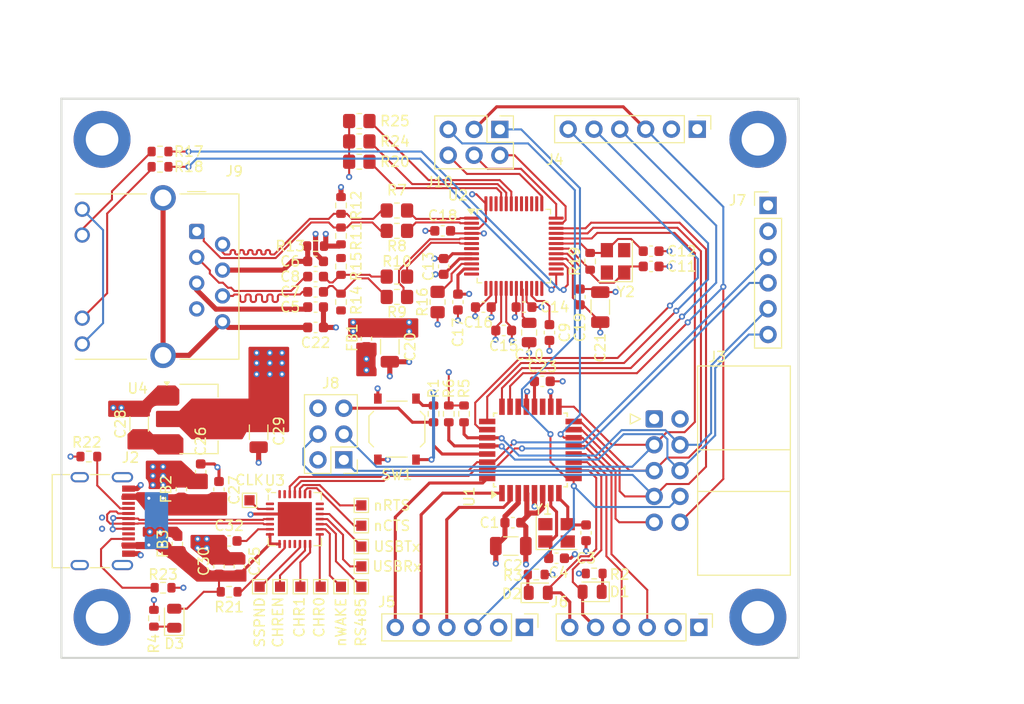
<source format=kicad_pcb>
(kicad_pcb (version 20241229) (generator "pcbnew") (generator_version "9.0")
  (layers (0 "F.Cu" signal) (4 "In1.Cu" power) (6 "In2.Cu" power) (2 "B.Cu" signal) (13 "F.Paste" user) (15 "B.Paste" user) (5 "F.SilkS" user "F.Silkscreen") (7 "B.SilkS" user "B.Silkscreen") (1 "F.Mask" user) (3 "B.Mask" user) (25 "Edge.Cuts" user))
  (net 0 "")
  (net 1 "GND")
  (net 2 "+5V")
  (net 3 "/XTAL2")
  (net 4 "/XTAL1")
  (net 5 "Net-(J9-RCT)")
  (net 6 "Net-(J9-TCT)")
  (net 7 "/ETHERNET_MODULE/ETH_RX_I_N")
  (net 8 "/ETHERNET_MODULE/ETH_RX_P")
  (net 9 "Net-(U2-1V2O)")
  (net 10 "Net-(U2-TOCAP)")
  (net 11 "/ETHERNET_MODULE/XI")
  (net 12 "/ETHERNET_MODULE/XO")
  (net 13 "/ETHERNET_MODULE/+3.3VA_IN")
  (net 14 "+3.3V")
  (net 16 "Net-(C22-Pad1)")
  (net 17 "Net-(U2-PMODE0)")
  (net 18 "VBUS")
  (net 19 "Net-(D1-K)")
  (net 20 "/PD6{slash}LED1")
  (net 21 "Net-(D2-K)")
  (net 22 "/PD7{slash}LED2")
  (net 23 "Net-(D3-K)")
  (net 24 "/SPI_MISO")
  (net 25 "/SPI_SCK")
  (net 26 "/SPI_MOSI")
  (net 27 "/USB_INTERFACE/USB_P")
  (net 28 "/USB_INTERFACE/USB_N")
  (net 29 "Net-(J2-CC2)")
  (net 30 "Net-(J2-CC1)")
  (net 33 "Net-(J9-Pad11)")
  (net 34 "Net-(J9-Pad10)")
  (net 35 "/ETHERNET_MODULE/ETH_TX_N")
  (net 36 "/PC1")
  (net 37 "/PC2")
  (net 38 "/PC0")
  (net 39 "/PC3")
  (net 40 "/PD2")
  (net 41 "/PD4")
  (net 42 "/PD5")
  (net 43 "/PD3")
  (net 44 "/PB1")
  (net 45 "/PB0")
  (net 46 "/MCU_RXD")
  (net 47 "/MCU_TXD")
  (net 48 "/nRST")
  (net 49 "Net-(R1-Pad2)")
  (net 50 "/ETHERNET_MODULE/ETH_TX_P")
  (net 51 "/ETHERNET_MODULE/ETH_RX_N")
  (net 52 "/ETHERNET_MODULE/ETH_C_RX_N")
  (net 53 "/ETHERNET_MODULE/ETH_C_RX_P")
  (net 54 "Net-(U2-EXRES1)")
  (net 55 "/ETHERNET_MODULE/ACTLED")
  (net 56 "/ETHERNET_MODULE/LINKLED")
  (net 57 "Net-(U1-AREF)")
  (net 62 "Net-(U2-PMODE1)")
  (net 65 "Net-(U2-PMODE2)")
  (net 74 "/ETH_nRST")
  (net 75 "/ETH_nINT")
  (net 81 "/I2C_SDA")
  (net 82 "/I2C_SCL")
  (net 89 "Net-(U3-VDD)")
  (net 90 "Net-(U3-~{RST})")
  (net 91 "Net-(U3-SUSPEND)")
  (net 92 "Net-(U3-~{RXT}{slash}GPIO.1)")
  (net 93 "Net-(U3-~{TXT}{slash}GPIO.0)")
  (net 97 "/ETH_SPI_SS")
  (net 98 "Net-(U3-~{RTS})")
  (net 99 "Net-(U3-~{CTS})")
  (net 100 "Net-(U3-~{RI}{slash}CLK)")
  (net 101 "Net-(U3-CHREN)")
  (net 102 "Net-(U3-CHR0)")
  (net 103 "Net-(U3-CHR1)")
  (net 104 "Net-(U3-RS485{slash}GPIO.2)")
  (net 105 "Net-(U3-~{WAKEUP}{slash}GPIO.3)")
  (net 106 "/ETHERNET_MODULE/ETH_RX_I_P")
  (net 107 "/ETHERNET_MODULE/ETH_C_TX_N")
  (net 108 "/ETHERNET_MODULE/ETH_C_TX_P")
  (net 109 "/PB2")
  (footprint "TestPoint:TestPoint_Pad_1.0x1.0mm" (layer "F.Cu") (at 125.5 145.5 -90)
    (property "Reference" "TP9" (hide yes))
    (property "Value" "CHR0")
  )
  (footprint "Connector_PinHeader_2.54mm:PinHeader_2x03_P2.54mm_Vertical" (layer "F.Cu") (at 127.775 133.025 180)
    (property "Reference" "J8")
    (property "Value" "Conn_02x03_Counter_Clockwise")
  )
  (footprint "Capacitor_SMD:C_0603_1608Metric" (layer "F.Cu") (at 147.3 125.3)
    (property "Reference" "C23")
    (property "Value" "100nF")
  )
  (footprint "Resistor_SMD:R_0805_2012Metric_Pad1.20x1.40mm_HandSolder" (layer "F.Cu") (at 129.3 103.7)
    (property "Reference" "R20")
    (property "Value" "0R")
  )
  (footprint "Resistor_SMD:R_0805_2012Metric_Pad1.20x1.40mm_HandSolder" (layer "F.Cu") (at 133 108.5 180)
    (property "Reference" "R7")
    (property "Value" "0R")
  )
  (footprint "Connector_PinHeader_2.54mm:PinHeader_1x06_P2.54mm_Vertical" (layer "F.Cu") (at 162.54 100.5 -90)
    (property "Reference" "J4")
    (property "Value" "Conn_01x06_Socket")
  )
  (footprint "TestPoint:TestPoint_Pad_1.0x1.0mm" (layer "F.Cu") (at 123.5 145.5 -90)
    (property "Reference" "TP10" (hide yes))
    (property "Value" "CHR1")
  )
  (footprint "Capacitor_SMD:C_1206_3216Metric" (layer "F.Cu") (at 132.3 121.9 -90)
    (property "Reference" "C20")
    (property "Value" "10uF")
  )
  (footprint "Resistor_SMD:R_0603_1608Metric" (layer "F.Cu") (at 110 145.6 180)
    (property "Reference" "R23")
    (property "Value" "5.1k")
  )
  (footprint "Resistor_SMD:R_0603_1608Metric" (layer "F.Cu") (at 152 113.5 -90)
    (property "Reference" "R19")
    (property "Value" "1M")
  )
  (footprint "Resistor_SMD:R_0603_1608Metric" (layer "F.Cu") (at 146.7 144.3 180)
    (property "Reference" "R3")
    (property "Value" "10k")
  )
  (footprint "Resistor_SMD:R_0805_2012Metric_Pad1.20x1.40mm_HandSolder" (layer "F.Cu") (at 133 117 180)
    (property "Reference" "R9")
    (property "Value" "0R")
  )
  (footprint "Capacitor_SMD:C_0603_1608Metric" (layer "F.Cu") (at 151 117 90)
    (property "Reference" "C19")
    (property "Value" "100nF")
  )
  (footprint "Capacitor_SMD:C_0603_1608Metric" (layer "F.Cu") (at 141.5 118 180)
    (property "Reference" "C16")
    (property "Value" "100nF")
  )
  (footprint "Resistor_SMD:R_0603_1608Metric" (layer "F.Cu") (at 127.5 111 -90)
    (property "Reference" "R11")
    (property "Value" "49R9 1%")
  )
  (footprint "TestPoint:TestPoint_Pad_1.0x1.0mm" (layer "F.Cu") (at 129.5 145.5 -90)
    (property "Reference" "TP11" (hide yes))
    (property "Value" "RS485")
  )
  (footprint "Resistor_SMD:R_0805_2012Metric_Pad1.20x1.40mm_HandSolder" (layer "F.Cu") (at 133 115 180)
    (property "Reference" "R10")
    (property "Value" "0R")
  )
  (footprint "Capacitor_SMD:C_0603_1608Metric" (layer "F.Cu") (at 144.4 139.2 180)
    (property "Reference" "C1")
    (property "Value" "100nF")
  )
  (footprint "Resistor_SMD:R_0805_2012Metric_Pad1.20x1.40mm_HandSolder" (layer "F.Cu") (at 129.3 99.7)
    (property "Reference" "R25")
    (property "Value" "0R")
  )
  (footprint "Crystal:Crystal_SMD_3225-4Pin_3.2x2.5mm" (layer "F.Cu") (at 154.5 113.5 90)
    (property "Reference" "Y2")
    (property "Value" "25MHz")
  )
  (footprint "Capacitor_SMD:C_0603_1608Metric" (layer "F.Cu") (at 158 114)
    (property "Reference" "C11")
    (property "Value" "18pF")
  )
  (footprint "Resistor_SMD:R_0603_1608Metric" (layer "F.Cu") (at 139.6 128.5 90)
    (property "Reference" "R5")
    (property "Value" "2k7")
  )
  (footprint "TestPoint:TestPoint_Pad_1.0x1.0mm" (layer "F.Cu") (at 129.5 139.5)
    (property "Reference" "TP6" (hide yes))
    (property "Value" "nCTS")
  )
  (footprint "MountingHole:MountingHole_3.2mm_M3_DIN965_Pad" (layer "F.Cu") (at 168.5 101.5)
    (property "Reference" "H2" (hide yes))
    (property "Value" "MountingHole_Pad")
  )
  (footprint "TestPoint:TestPoint_Pad_1.0x1.0mm" (layer "F.Cu") (at 127.5 145.5 -90)
    (property "Reference" "TP12" (hide yes))
    (property "Value" "nWAKE")
  )
  (footprint "MountingHole:MountingHole_3.2mm_M3_DIN965_Pad" (layer "F.Cu") (at 104 148.5)
    (property "Reference" "H4" (hide yes))
    (property "Value" "MountingHole_Pad")
  )
  (footprint "Resistor_SMD:R_0603_1608Metric" (layer "F.Cu") (at 127.5 108 90)
    (property "Reference" "R12")
    (property "Value" "49R9 1%")
  )
  (footprint "Resistor_SMD:R_0603_1608Metric" (layer "F.Cu") (at 109.7 104.2)
    (property "Reference" "R18")
    (property "Value" "330R")
  )
  (footprint "Connector_USB:USB_C_Receptacle_G-Switch_GT-USB-7010ASV" (layer "F.Cu") (at 102.88 139.05 -90)
    (property "Reference" "J2")
    (property "Value" "USB_C_Receptacle_USB2.0_12P")
  )
  (footprint "Resistor_SMD:R_0603_1608Metric" (layer "F.Cu") (at 109.7 102.7)
    (property "Reference" "R17")
    (property "Value" "330R")
  )
  (footprint "Package_DFN_QFN:QFN-28-1EP_5x5mm_P0.5mm_EP3.35x3.35mm" (layer "F.Cu") (at 122.96 138.85)
    (property "Reference" "U3")
    (property "Value" "CP2102N-Axx-xQFN28")
  )
  (footprint "Resistor_SMD:R_0603_1608Metric" (layer "F.Cu") (at 109.1 148.6 -90)
    (property "Reference" "R4")
    (property "Value" "10k")
  )
  (footprint "TestPoint:TestPoint_Pad_1.0x1.0mm" (layer "F.Cu") (at 129.5 137.5)
    (property "Reference" "TP5" (hide yes))
    (property "Value" "nRTS")
  )
  (footprint "Capacitor_SMD:C_1206_3216Metric" (layer "F.Cu") (at 107.65 129.5 90)
    (property "Reference" "C28")
    (property "Value" "10uF")
  )
  (footprint "Capacitor_SMD:C_0603_1608Metric" (layer "F.Cu") (at 125 120)
    (property "Reference" "C22")
    (property "Value" "1000pF")
  )
  (footprint "Resistor_SMD:R_0603_1608Metric" (layer "F.Cu") (at 102.7 132.7)
    (property "Reference" "R22")
    (property "Value" "5.1k")
  )
  (footprint "Capacitor_SMD:C_1206_3216Metric" (layer "F.Cu") (at 119.4 130.3 -90)
    (property "Reference" "C29")
    (property "Value" "10uF")
  )
  (footprint "Inductor_SMD:L_0603_1608Metric" (layer "F.Cu") (at 111.8 135.9 90)
    (property "Reference" "FB2")
    (property "Value" "100R@100MHz")
  )
  (footprint "Resistor_SMD:R_0805_2012Metric_Pad1.20x1.40mm_HandSolder" (layer "F.Cu") (at 133 110.5 180)
    (property "Reference" "R8")
    (property "Value" "0R")
  )
  (footprint "Capacitor_SMD:C_0603_1608Metric" (layer "F.Cu") (at 137.6 114 -90)
    (property "Reference" "C13")
    (property "Value" "100nF")
  )
  (footprint "Capacitor_SMD:C_0805_2012Metric" (layer "F.Cu") (at 146 120.5 -90)
    (property "Reference" "C10")
    (property "Value" "4.7uF")
  )
  (footprint "TestPoint:TestPoint_Pad_1.0x1.0mm" (layer "F.Cu") (at 129.5 143.5)
    (property "Reference" "TP3" (hide yes))
    (property "Value" "USBRx")
  )
  (footprint "Resistor_SMD:R_0603_1608Metric" (layer "F.Cu") (at 125 112)
    (property "Reference" "R13")
    (property "Value" "49R9 1%")
  )
  (footprint "Capacitor_SMD:C_0603_1608Metric" (layer "F.Cu") (at 117.5 143.5 90)
    (property "Reference" "C25")
    (property "Value" "100nF")
  )
  (footprint "LED_SMD:LED_0805_2012Metric" (layer "F.Cu") (at 146.9 146.1)
    (property "Reference" "D2")
    (property "Value" "LED-RED")
  )
  (footprint "Capacitor_SMD:C_0603_1608Metric" (layer "F.Cu") (at 116.5 141 180)
    (property "Reference" "C32")
    (property "Value" "100nF")
  )
  (footprint "Inductor_SMD:L_0603_1608Metric" (layer "F.Cu") (at 130 121.1 -90)
    (property "Reference" "FB1")
    (property "Value" "100R@100MHz")
  )
  (footprint "TestPoint:TestPoint_Pad_1.0x1.0mm" (layer "F.Cu") (at 118.5 137)
    (property "Reference" "TP7" (hide yes))
    (property "Value" "CLK")
  )
  (footprint "Capacitor_SMD:C_0603_1608Metric" (layer "F.Cu") (at 125 118)
    (property "Reference" "C5")
    (property "Value" "10nF")
  )
  (footprint "TestPoint:TestPoint_Pad_1.0x1.0mm" (layer "F.Cu") (at 129.5 141.55)
    (property "Reference" "TP4" (hide yes))
    (property "Value" "USBTx")
  )
  (footprint "Resistor_SMD:R_0805_2012Metric_Pad1.20x1.40mm_HandSolder" (layer "F.Cu") (at 129.3 101.7)
    (property "Reference" "R24")
    (property "Value" "0R")
  )
  (footprint "Capacitor_SMD:C_0603_1608Metric" (layer "F.Cu") (at 139 117.5 -90)
    (property "Reference" "C17")
    (property "Value" "100nF")
  )
  (footprint "Connector_PinHeader_2.54mm:PinHeader_2x03_P2.54mm_Vertical" (layer "F.Cu") (at 143.125 100.525 -90)
    (property "Reference" "J10")
    (property "Value" "Conn_02x03_Counter_Clockwise")
  )
  (footprint "Capacitor_SMD:C_0603_1608Metric" (layer "F.Cu") (at 125 115 180)
    (property "Reference" "C8")
    (property "Value" "6.8nF")
  )
  (footprint "LED_SMD:LED_0805_2012Metric" (layer "F.Cu") (at 152.2 146 180)
    (property "Reference" "D1")
    (property "Value" "LED-GREEN")
  )
  (footprint "Capacitor_SMD:C_0603_1608Metric" (layer "F.Cu") (at 115.5 143.5 90)
    (property "Reference" "C30")
    (property "Value" "4.7uF")
  )
  (footprint "Connector_PinHeader_2.54mm:PinHeader_1x06_P2.54mm_Vertical" (layer "F.Cu") (at 169.5 108)
    (property "Reference" "J7")
    (property "Value" "Conn_01x06_Socket")
  )
  (footprint "Capacitor_SMD:C_0603_1608Metric" (layer "F.Cu") (at 151.6 140.2 -90)
    (property "Reference" "C3")
    (property "Value" "22pF")
  )
  (footprint "Capacitor_SMD:C_0603_1608Metric" (layer "F.Cu") (at 125 113.5)
    (property "Reference" "C6")
    (property "Value" "22nF")
  )
  (footprint "TestPoint:TestPoint_Pad_1.0x1.0mm" (layer "F.Cu") (at 121.5 145.5 -90)
    (property "Reference" "TP8" (hide yes))
    (property "Value" "CHREN")
  )
  (footprint "MountingHole:MountingHole_3.2mm_M3_DIN965_Pad" (layer "F.Cu") (at 168.5 148.5)
    (property "Reference" "H3" (hide yes))
    (property "Value" "MountingHole_Pad")
  )
  (footprint "Capacitor_SMD:C_0603_1608Metric" (layer "F.Cu") (at 158 112.5)
    (property "Reference" "C12")
    (property "Value" "18pF")
  )
  (footprint "Capacitor_SMD:C_0603_1608Metric" (layer "F.Cu") (at 115.5 135.925 90)
    (property "Reference" "C27")
    (property "Value" "470nF")
  )
  (footprint "Capacitor_SMD:C_0603_1608Metric" (layer "F.Cu") (at 148.7 142.7)
    (property "Reference" "C4")
    (property "Value" "22pF")
  )
  (footprint "LED_SMD:LED_0805_2012Metric" (layer "F.Cu") (at 111.1 148.6 90)
    (property "Reference" "D3")
    (property "Value" "LED-GREEN")
  )
  (footprint "Capacitor_SMD:C_0603_1608Metric" (layer "F.Cu") (at 137.5 110.5 180)
    (property "Reference" "C18")
    (property "Value" "100nF")
  )
  (footprint "Resistor_SMD:R_0603_1608Metric" (layer "F.Cu") (at 116.5 146 180)
    (property "Reference" "R21")
    (property "Value" "1k")
  )
  (footprint "Package_TO_SOT_SMD:SOT-223-3_TabPin2" (layer "F.Cu") (at 113.5 129)
    (property "Reference" "U4")
    (property "Value" "AMS1117-3.3")
  )
  (footprint "Capacitor_SMD:C_0603_1608Metric" (layer "F.Cu") (at 113.7 134.2 90)
    (property "Reference" "C26")
    (property "Value" "100nF")
  )
  (footprint "TestPoint:TestPoint_Pad_1.0x1.0mm" (layer "F.Cu") (at 119.5 145.5)
    (property "Reference" "TP2" (hide yes))
    (property "Value" "SSPND")
  )
  (footprint "Capacitor_SMD:C_1206_3216Metric" (layer "F.Cu") (at 144.2 141.5 180)
    (property "Reference" "C2")
    (property "Value" "10uF")
  )
  (footprint "Capacitor_SMD:C_0603_1608Metric" (layer "F.Cu") (at 125 116.5 180)
    (property "Reference" "C7")
    (property "Value" "6.8nF")
  )
  (footprint "Connector_IDC:IDC-Header_2x05_P2.54mm_Horizontal" (layer "F.Cu") (at 158.3025 129)
    (property "Reference" "J3")
    (property "Value" "Conn_02x05_Odd_Even")
  )
  (footprint "Connector_RJ:RJ45_Hanrun_HR911105A_Horizontal" (layer "F.Cu") (at 113.31 110.56 -90)
    (property "Reference" "J9")
    (property "Value" "RJ45_Hanrun_HR911105A_Horizontal")
  )
  (footprint "Capacitor_SMD:C_0603_1608Metric" (layer "F.Cu") (at 145.5 118 180)
    (property "Reference" "C14")
    (property "Value" "100nF")
  )
  (footprint "Resistor_SMD:R_0603_1608Metric" (layer "F.Cu") (at 127.5 117.5 90)
    (property "Reference" "R14")
    (property "Value" "49R9 1%")
  )
  (footprint "Resistor_SMD:R_0805_2012Metric_Pad1.20x1.40mm_HandSolder" (layer "F.Cu") (at 137 117.5 90)
    (property "Reference" "R16")
    (property "Value" "12.4k 1%")
  )
  (footprint "Resistor_SMD:R_0603_1608Metric" (layer "F.Cu") (at 127.5 114 -90)
    (property "Reference" "R15")
    (property "Value" "49R9 1%")
  )
  (footprint "Crystal:Crystal_SMD_3225-4Pin_3.2x2.5mm" (layer "F.Cu") (at 148.7 140.2)
    (property "Reference" "Y1")
    (property "Value" "16MHz")
  )
  (footprint "Inductor_SMD:L_0603_1608Metric" (layer "F.Cu") (at 111.4 141.2875 90)
    (property "Reference" "FB3")
    (property "Value" "100R@100MHz")
  )
  (footprint "Resistor_SMD:R_0603_1608Metric" (layer "F.Cu") (at 152.4 144.2)
    (property "Reference" "R2")
    (property "Value" "10k")
  )
  (footprint "Capacitor_SMD:C_0603_1608Metric" (layer "F.Cu") (at 148 120.5 -90)
    (property "Reference" "C9")
    (property "Value" "10nF")
  )
  (footprint "Resistor_SMD:R_0603_1608Metric" (layer "F.Cu") (at 138.1 128.5 90)
    (property "Reference" "R6")
    (property "Value" "2k7")
  )
  (footprint "Connector_PinHeader_2.54mm:PinHeader_1x06_P2.54mm_Vertical" (layer "F.Cu") (at 145.54 149.5 -90)
    (property "Reference" "J5")
    (property "Value" "Conn_01x06_Socket")
  )
  (footprint "Button_Switch_SMD:SW_Push_1P1T_XKB_TS-1187A" (layer "F.Cu") (at 133 130 -90)
    (property "Reference" "SW1")
    (property "Value" "SW_Push")
  )
  (footprint "Package_QFP:TQFP-32_7x7mm_P0.8mm" (layer "F.Cu") (at 146.13 132.05 90)
    (property "Reference" "U1")
    (property "Value" "ATmega328P-A")
  )
  (footprint "Capacitor_SMD:C_0603_1608Metric" (layer "F.Cu") (at 143.5 120.3 180)
    (property "Reference" "C15")
    (property "Value" "100nF")
  )
  (footprint "Package_QFP:LQFP-48_7x7mm_P0.5mm" (layer "F.Cu") (at 144.5 112)
    (property "Reference" "U2")
    (property "Value" "W5500")
  )
  (footprint "Resistor_SMD:R_0603_1608Metric" (layer "F.Cu") (at 136.6 128.5 90)
    (property "Reference" "R1")
    (property "Value" "4.7k")
  )
  (footprint "MountingHole:MountingHole_3.2mm_M3_DIN965_Pad" (layer "F.Cu") (at 104 101.5)
    (property "Reference" "H1" (hide yes))
    (property "Value" "MountingHole_Pad")
  )
  (footprint "Capacitor_SMD:C_1206_3216Metric" (layer "F.Cu") (at 153 118 90)
    (property "Reference" "C21")
    (property "Value" "10uF")
  )
  (footprint "Connector_PinHeader_2.54mm:PinHeader_1x06_P2.54mm_Vertical" (layer "F.Cu") (at 162.7 149.5 -90)
    (property "Reference" "J6")
    (property "Value" "Conn_01x06_Socket")
  )
  (gr_rect (start 100 97.5) (end 172.5 152.5) (stroke (width 0.2)) (fill no) (layer "Edge.Cuts"))
  (segment (start 144.725 118.875) (end 144.6 119) (width 0.2) (layer "F.Cu") (net 1))
  (segment (start 134.175 123.375) (end 134.2 123.4) (width 0.5) (layer "F.Cu") (net 1))
  (segment (start 125.775 118) (end 125.775 120) (width 0.5) (layer "F.Cu") (net 1))
  (segment (start 142.25 116.85) (end 142.25 116.1625) (width 0.2) (layer "F.Cu") (net 1))
  (segment (start 144.725 116.1875) (end 144.75 116.1625) (width 0.2) (layer "F.Cu") (net 1))
  (segment (start 145.73 126.37) (end 145.8 126.3) (width 0.3) (layer "F.Cu") (net 1))
  (segment (start 143.625 140.6) (end 142.725 141.5) (width 0.5) (layer "F.Cu") (net 1))
  (segment (start 142.725 120.375) (end 142.725 120.3) (width 0.2) (layer "F.Cu") (net 1))
  (segment (start 148 121.275) (end 148 122.3) (width 0.2) (layer "F.Cu") (net 1))
  (segment (start 115.5 133.9) (end 115.5 135.15) (width 0.3) (layer "F.Cu") (net 1))
  (segment (start 150.5 142.3) (end 150.1 142.7) (width 0.3) (layer "F.Cu") (net 1))
  (segment (start 152.7 116.225) (end 153 116.525) (width 0.2) (layer "F.Cu") (net 1))
  (segment (start 113.7 133.425) (end 115.025 133.425) (width 0.3) (layer "F.Cu") (net 1))
  (segment (start 151.575 144.2) (end 150.9 144.2) (width 0.3) (layer "F.Cu") (net 1))
  (segment (start 136.8 114.775) (end 137.6 114.775) (width 0.3) (layer "F.Cu") (net 1))
  (segment (start 148.075 125.3) (end 149.3 125.3) (width 0.2) (layer "F.Cu") (net 1))
  (segment (start 137.6 114.775) (end 137.625 114.775) (width 0.3) (layer "F.Cu") (net 1))
  (segment (start 118.65 138.35) (end 118.6 138.4) (width 0.3) (layer "F.Cu") (net 1))
  (segment (start 144.93 137.27) (end 143.625 138.575) (width 0.5) (layer "F.Cu") (net 1))
  (segment (start 115.025 133.425) (end 115.35 133.75) (width 0.3) (layer "F.Cu") (net 1))
  (segment (start 128.3 103.6) (end 128.2 103.5) (width 0.2) (layer "F.Cu") (net 1))
  (segment (start 120.51 138.35) (end 122.46 138.35) (width 0.3) (layer "F.Cu") (net 1))
  (segment (start 140.4 106.9) (end 140.8125 106.9) (width 0.2) (layer "F.Cu") (net 1))
  (segment (start 141.1 118) (end 142.25 116.85) (width 0.2) (layer "F.Cu") (net 1))
  (segment (start 132.1 133) (end 131.125 133) (width 0.3) (layer "F.Cu") (net 1))
  (segment (start 154.475 116.525) (end 154.5 116.5) (width 0.2) (layer "F.Cu") (net 1))
  (segment (start 106.605 142.25) (end 107.65 142.25) (width 0.5) (layer "F.Cu") (net 1))
  (segment (start 145.73 127.8) (end 145.73 126.37) (width 0.3) (layer "F.Cu") (net 1))
  (segment (start 146 121.45) (end 146 122.5) (width 0.2) (layer "F.Cu") (net 1))
  (segment (start 140.8125 106.9) (end 141.75 107.8375) (width 0.2) (layer "F.Cu") (net 1))
  (segment (start 139 118.275) (end 139 119.3) (width 0.2) (layer "F.Cu") (net 1))
  (segment (start 110.825 145.6) (end 112 145.6) (width 0.2) (layer "F.Cu") (net 1))
  (segment (start 147.525 144.3) (end 148.3 144.3) (width 0.3) (layer "F.Cu") (net 1))
  (segment (start 158.775 112.5) (end 159.8 112.5) (width 0.2) (layer "F.Cu") (net 1))
  (segment (start 142.725 120.3) (end 142.725 119.975) (width 0.2) (layer "F.Cu") (net 1))
  (segment (start 144.725 118) (end 144.725 118.875) (width 0.2) (layer "F.Cu") (net 1))
  (segment (start 101.875 132.7) (end 100.9 132.7) (width 0.2) (layer "F.Cu") (net 1))
  (segment (start 140.725 118.875) (end 140.7 118.9) (width 0.2) (layer "F.Cu") (net 1))
  (segment (start 141.074999 110.25) (end 141.75 109.574999) (width 0.2) (layer "F.Cu") (net 1))
  (segment (start 140.3375 110.25) (end 141.074999 110.25) (width 0.2) (layer "F.Cu") (net 1))
  (segment (start 137 118.5) (end 137 119.7) (width 0.2) (layer "F.Cu") (net 1))
  (segment (start 151 116.225) (end 152.7 116.225) (width 0.2) (layer "F.Cu") (net 1))
  (segment (start 131.125 127) (end 131.125 126.025) (width 0.3) (layer "F.Cu") (net 1))
  (segment (start 140.725 118) (end 140.725 118.875) (width 0.2) (layer "F.Cu") (net 1))
  (segment (start 132.3 123.375) (end 134.175 123.375) (width 0.5) (layer "F.Cu") (net 1))
  (segment (start 128.3 103.7) (end 128.3 105.2) (width 0.2) (layer "F.Cu") (net 1))
  (segment (start 140.725 118) (end 141.1 118) (width 0.2) (layer "F.Cu") (net 1))
  (segment (start 119.4 131.775) (end 119.4 133.3) (width 0.5) (layer "F.Cu") (net 1))
  (segment (start 136.725 110.5) (end 135.8 110.5) (width 0.2) (layer "F.Cu") (net 1))
  (segment (start 144.725 118) (end 144.725 116.1875) (width 0.2) (layer "F.Cu") (net 1))
  (segment (start 151.6 142) (end 151.6 140.975) (width 0.3) (layer "F.Cu") (net 1))
  (segment (start 115.35 133.75) (end 115.5 133.9) (width 0.3) (layer "F.Cu") (net 1))
  (segment (start 144.93 136.3) (end 144.93 137.27) (width 0.5) (layer "F.Cu") (net 1))
  (segment (start 143.25 119.45) (end 143.25 116.1625) (width 0.2) (layer "F.Cu") (net 1))
  (segment (start 142.7 121.2) (end 142.7 120.4) (width 0.2) (layer "F.Cu") (net 1))
  (segment (start 125.775 113.5) (end 125 112.725) (width 0.5) (layer "F.Cu") (net 1))
  (segment (start 150.1 142.7) (end 149.475 142.7) (width 0.3) (layer "F.Cu") (net 1))
  (segment (start 107.45 135.85) (end 107.8 135.5) (width 0.5) (layer "F.Cu") (net 1))
  (segment (start 146.53 136.3) (end 146.53 137.6) (width 0.5) (layer "F.Cu") (net 1))
  (segment (start 125.775 120) (end 127 120) (width 0.5) (layer "F.Cu") (net 1))
  (segment (start 132.3 123.375) (end 132.3 124.8) (width 0.5) (layer "F.Cu") (net 1))
  (segment (start 107.65 142.25) (end 107.8 142.4) (width 0.5) (layer "F.Cu") (net 1))
  (segment (start 106.605 135.85) (end 107.45 135.85) (width 0.5) (layer "F.Cu") (net 1))
  (segment (start 142.7 120.4) (end 142.725 120.375) (width 0.2) (layer "F.Cu") (net 1))
  (segment (start 151 116.225) (end 151 114) (width 0.2) (layer "F.Cu") (net 1))
  (segment (start 141.75 109.574999) (end 141.75 107.8375) (width 0.2) (layer "F.Cu") (net 1))
  (segment (start 139.15 113.25) (end 140.3375 113.25) (width 0.3) (layer "F.Cu") (net 1))
  (segment (start 149.75 112.75) (end 148.6625 112.75) (width 0.2) (layer "F.Cu") (net 1))
  (segment (start 137.625 114.775) (end 139.15 113.25) (width 0.3) (layer "F.Cu") (net 1))
  (segment (start 125 112.725) (end 125 110.8) (width 0.5) (layer "F.Cu") (net 1))
  (segment (start 153 116.525) (end 154.475 116.525) (width 0.2) (layer "F.Cu") (net 1))
  (segment (start 158.775 114) (end 159.8 114) (width 0.2) (layer "F.Cu") (net 1))
  (segment (start 128.3 103.4) (end 128.3 99.7) (width 0.2) (layer "F.Cu") (net 1))
  (segment (start 109.1 147.775) (end 109.1 146.8) (width 0.2) (layer "F.Cu") (net 1))
  (segment (start 128.3 103.7) (end 128.3 103.6) (width 0.2) (layer "F.Cu") (net 1))
  (segment (start 143.625 139.2) (end 143.625 140.6) (width 0.5) (layer "F.Cu") (net 1))
  (segment (start 128.2 103.5) (end 128.3 103.4) (width 0.2) (layer "F.Cu") (net 1))
  (segment (start 151 114) (end 149.75 112.75) (width 0.2) (layer "F.Cu") (net 1))
  (segment (start 142.725 141.5) (end 142.725 143.225) (width 0.5) (layer "F.Cu") (net 1))
  (segment (start 131.125 126.025) (end 131.1 126) (width 0.3) (layer "F.Cu") (net 1))
  (segment (start 142.725 119.975) (end 143.25 119.45) (width 0.2) (layer "F.Cu") (net 1))
  (segment (start 122.46 138.35) (end 122.96 138.85) (width 0.3) (layer "F.Cu") (net 1))
  (segment (start 120.51 138.35) (end 118.65 138.35) (width 0.3) (layer "F.Cu") (net 1))
  (segment (start 143.625 138.575) (end 143.625 139.2) (width 0.5) (layer "F.Cu") (net 1))
  (via (at 159.8 112.5) (size 0.6) (drill 0.3) (layers "F.Cu" "B.Cu") (net 1))
  (via (at 131.1 126) (size 0.6) (drill 0.3) (layers "F.Cu" "B.Cu") (net 1))
  (via (at 115.35 133.75) (size 0.6) (drill 0.3) (layers "F.Cu" "B.Cu") (net 1))
  (via (at 118.6 138.4) (size 0.6) (drill 0.3) (layers "F.Cu" "B.Cu") (net 1))
  (via (at 114.3 141.7) (size 0.6) (drill 0.3) (layers "F.Cu" "B.Cu") (net 1))
  (via (at 113.4 141.7) (size 0.6) (drill 0.3) (layers "F.Cu" "B.Cu") (net 1))
  (via (at 150.9 144.2) (size 0.6) (drill 0.3) (layers "F.Cu" "B.Cu") (net 1))
  (via (at 100.9 132.7) (size 0.6) (drill 0.3) (layers "F.Cu" "B.Cu") (net 1))
  (via (at 140.4 106.9) (size 0.6) (drill 0.3) (layers "F.Cu" "B.Cu") (net 1))
  (via (at 107.8 142.4) (size 0.6) (drill 0.3) (layers "F.Cu" "B.Cu") (net 1))
  (via (at 135.8 110.5) (size 0.6) (drill 0.3) (layers "F.Cu" "B.Cu") (net 1))
  (via (at 114.3 140.8) (size 0.6) (drill 0.3) (layers "F.Cu" "B.Cu") (net 1))
  (via (at 105.1 127.9) (size 0.6) (drill 0.3) (layers "F.Cu" "B.Cu") (net 1))
  (via (at 148.3 144.3) (size 0.6) (drill 0.3) (layers "F.Cu" "B.Cu") (net 1))
  (via (at 139 119.3) (size 0.6) (drill 0.3) (layers "F.Cu" "B.Cu") (net 1))
  (via (at 134.2 123.4) (size 0.6) (drill 0.3) (layers "F.Cu" "B.Cu") (net 1))
  (via (at 132.1 133) (size 0.6) (drill 0.3) (layers "F.Cu" "B.Cu") (net 1))
  (via (at 104 138.7) (size 0.6) (drill 0.3) (layers "F.Cu" "B.Cu") (net 1))
  (via (at 146.53 137.6) (size 0.6) (drill 0.3) (layers "F.Cu" "B.Cu") (net 1))
  (via (at 104 139.8) (size 0.6) (drill 0.3) (layers "F.Cu" "B.Cu") (net 1))
  (via (at 127 120) (size 0.6) (drill 0.3) (layers "F.Cu" "B.Cu") (net 1))
  (via (at 144.6 119) (size 0.6) (drill 0.3) (layers "F.Cu" "B.Cu") (net 1))
  (via (at 109.1 146.8) (size 0.6) (drill 0.3) (layers "F.Cu" "B.Cu") (net 1))
  (via (at 150.5 142.3) (size 0.6) (drill 0.3) (layers "F.Cu" "B.Cu") (net 1))
  (via (at 154.5 116.5) (size 0.6) (drill 0.3) (layers "F.Cu" "B.Cu") (net 1))
  (via (at 151.6 142) (size 0.6) (drill 0.3) (layers "F.Cu" "B.Cu") (net 1))
  (via (at 146 122.5) (size 0.6) (drill 0.3) (layers "F.Cu" "B.Cu") (net 1))
  (via (at 149.3 125.3) (size 0.6) (drill 0.3) (layers "F.Cu" "B.Cu") (net 1))
  (via (at 112 145.6) (size 0.6) (drill 0.3) (layers "F.Cu" "B.Cu") (net 1))
  (via (at 148 122.3) (size 0.6) (drill 0.3) (layers "F.Cu" "B.Cu") (net 1))
  (via (at 125 110.8) (size 0.6) (drill 0.3) (layers "F.Cu" "B.Cu") (net 1))
  (via (at 145.8 126.3) (size 0.6) (drill 0.3) (layers "F.Cu" "B.Cu") (net 1))
  (via (at 128.3 105.2) (size 0.6) (drill 0.3) (layers "F.Cu" "B.Cu") (net 1))
  (via (at 142.725 143.225) (size 0.6) (drill 0.3) (layers "F.Cu" "B.Cu") (net 1))
  (via (at 140.7 118.9) (size 0.6) (drill 0.3) (layers "F.Cu" "B.Cu") (net 1))
  (via (at 119.4 133.3) (size 0.6) (drill 0.3) (layers "F.Cu" "B.Cu") (net 1))
  (via (at 142.7 121.2) (size 0.6) (drill 0.3) (layers "F.Cu" "B.Cu") (net 1))
  (via (at 136.8 114.775) (size 0.6) (drill 0.3) (layers "F.Cu" "B.Cu") (net 1))
  (via (at 113.4 140.8) (size 0.6) (drill 0.3) (layers "F.Cu" "B.Cu") (net 1))
  (via (at 137 119.7) (size 0.6) (drill 0.3) (layers "F.Cu" "B.Cu") (net 1))
  (via (at 132.3 124.8) (size 0.6) (drill 0.3) (layers "F.Cu" "B.Cu") (net 1))
  (via (at 105.9 127.9) (size 0.6) (drill 0.3) (layers "F.Cu" "B.Cu") (net 1))
  (via (at 159.8 114) (size 0.6) (drill 0.3) (layers "F.Cu" "B.Cu") (net 1))
  (via (at 107.8 135.5) (size 0.6) (drill 0.3) (layers "F.Cu" "B.Cu") (net 1))
  (segment (start 145.675 139.6) (end 145.275 139.2) (width 0.5) (layer "F.Cu") (net 2))
  (segment (start 148.13 126.33) (end 148.13 127.8) (width 0.3) (layer "F.Cu") (net 2))
  (segment (start 146.80131 138.255) (end 147.33 137.72631) (width 0.5) (layer "F.Cu") (net 2))
  (segment (start 145.675 143.275) (end 145.7 143.3) (width 0.5) (layer "F.Cu") (net 2))
  (segment (start 148.1 126.3) (end 148.13 126.33) (width 0.3) (layer "F.Cu") (net 2))
  (segment (start 145.775 138.6) (end 145.775 136.345) (width 0.5) (layer "F.Cu") (net 2))
  (segment (start 145.175 139.2) (end 145.775 138.6) (width 0.5) (layer "F.Cu") (net 2))
  (segment (start 145.675 141.5) (end 145.675 143.275) (width 0.5) (layer "F.Cu") (net 2))
  (segment (start 145.175 139.2) (end 146.12 138.255) (width 0.5) (layer "F.Cu") (net 2))
  (segment (start 146.12 138.255) (end 146.80131 138.255) (width 0.5) (layer "F.Cu") (net 2))
  (segment (start 145.775 136.345) (end 145.73 136.3) (width 0.5) (layer "F.Cu") (net 2))
  (segment (start 145.675 141.5) (end 145.675 139.6) (width 0.5) (layer "F.Cu") (net 2))
  (segment (start 147.33 137.72631) (end 147.33 136.3) (width 0.5) (layer "F.Cu") (net 2))
  (via (at 109 135.5) (size 0.6) (drill 0.3) (layers "F.Cu" "B.Cu") (net 2))
  (via (at 109.7 140.1) (size 0.6) (drill 0.3) (layers "F.Cu" "B.Cu") (net 2))
  (via (at 109 133.7) (size 0.6) (drill 0.3) (layers "F.Cu" "B.Cu") (net 2))
  (via (at 148.1 126.3) (size 0.6) (drill 0.3) (layers "F.Cu" "B.Cu") (net 2))
  (via (at 145.7 143.3) (size 0.6) (drill 0.3) (layers "F.Cu" "B.Cu") (net 2))
  (via (at 110 134.6) (size 0.6) (drill 0.3) (layers "F.Cu" "B.Cu") (net 2))
  (via (at 109 134.6) (size 0.6) (drill 0.3) (layers "F.Cu" "B.Cu") (net 2))
  (via (at 110 133.7) (size 0.6) (drill 0.3) (layers "F.Cu" "B.Cu") (net 2))
  (via (at 108.7 140.1) (size 0.6) (drill 0.3) (layers "F.Cu" "B.Cu") (net 2))
  (via (at 110 135.5) (size 0.6) (drill 0.3) (layers "F.Cu" "B.Cu") (net 2))
  (segment (start 151.6 139.425) (end 150.375 139.425) (width 0.3) (layer "F.Cu") (net 3))
  (segment (start 149.8 137.65) (end 149.8 139.35) (width 0.3) (layer "F.Cu") (net 3))
  (segment (start 148.93 136.3) (end 148.93 136.78) (width 0.3) (layer "F.Cu") (net 3))
  (segment (start 150.3 139.35) (end 149.8 139.35) (width 0.3) (layer "F.Cu") (net 3))
  (segment (start 148.93 136.78) (end 149.8 137.65) (width 0.3) (layer "F.Cu") (net 3))
  (segment (start 150.375 139.425) (end 150.3 139.35) (width 0.3) (layer "F.Cu") (net 3))
  (segment (start 147.6 141.05) (end 148.1 141.05) (width 0.3) (layer "F.Cu") (net 4))
  (segment (start 148.7 138.14) (end 148.13 137.57) (width 0.3) (layer "F.Cu") (net 4))
  (segment (start 147.6 141.05) (end 148.1 141.55) (width 0.3) (layer "F.Cu") (net 4))
  (segment (start 148.7 140.45) (end 148.7 138.14) (width 0.3) (layer "F.Cu") (net 4))
  (segment (start 148.13 137.57) (end 148.13 136.3) (width 0.3) (layer "F.Cu") (net 4))
  (segment (start 148.1 142.525) (end 147.925 142.7) (width 0.3) (layer "F.Cu") (net 4))
  (segment (start 148.1 141.55) (end 148.1 142.525) (width 0.3) (layer "F.Cu") (net 4))
  (segment (start 148.1 141.05) (end 148.7 140.45) (width 0.3) (layer "F.Cu") (net 4))
  (segment (start 113.31 115.64) (end 113.31 116.31) (width 0.5) (layer "F.Cu") (net 5))
  (segment (start 127.5 118.325) (end 127.5 118.2) (width 0.5) (layer "F.Cu") (net 5))
  (segment (start 113.31 116.31) (end 115.2 118.2) (width 0.5) (layer "F.Cu") (net 5))
  (segment (start 124.025 118.2) (end 124.225 118) (width 0.5) (layer "F.Cu") (net 5))
  (segment (start 115.2 118.2) (end 124.025 118.2) (width 0.5) (layer "F.Cu") (net 5))
  (segment (start 122.7 113.5) (end 124.225 113.5) (width 0.5) (layer "F.Cu") (net 6))
  (segment (start 124.225 112.05) (end 124.175 112) (width 0.5) (layer "F.Cu") (net 6))
  (segment (start 124.225 113.5) (end 124.225 112.05) (width 0.5) (layer "F.Cu") (net 6))
  (segment (start 121.84 114.36) (end 122.7 113.5) (width 0.5) (layer "F.Cu") (net 6))
  (segment (start 115.85 114.36) (end 121.84 114.36) (width 0.5) (layer "F.Cu") (net 6))
  (segment (start 126.675 115.925) (end 127.425 116.675) (width 0.2) (layer "F.Cu") (net 7))
  (segment (start 127.425 116.675) (end 127.5 116.675) (width 0.2) (layer "F.Cu") (net 7))
  (segment (start 130.175 115.175) (end 132 117) (width 0.2) (layer "F.Cu") (net 7))
  (segment (start 125.775 116.5) (end 125.8 116.5) (width 0.2) (layer "F.Cu") (net 7))
  (segment (start 125.8 116.5) (end 126.375 115.925) (width 0.2) (layer "F.Cu") (net 7))
  (segment (start 127.5 116.675) (end 129 115.175) (width 0.2) (layer "F.Cu") (net 7))
  (segment (start 129 115.175) (end 130.175 115.175) (width 0.2) (layer "F.Cu") (net 7))
  (segment (start 126.375 115.925) (end 126.675 115.925) (width 0.2) (layer "F.Cu") (net 7))
  (segment (start 139.231249 111.75) (end 140.3375 111.75) (width 0.2) (layer "F.Cu") (net 8))
  (segment (start 134 114.026256) (end 136.351256 111.675) (width 0.2) (layer "F.Cu") (net 8))
  (segment (start 134 115) (end 134 114.026256) (width 0.2) (layer "F.Cu") (net 8))
  (segment (start 139.156249 111.675) (end 139.231249 111.75) (width 0.2) (layer "F.Cu") (net 8))
  (segment (start 136.351256 111.675) (end 139.156249 111.675) (width 0.2) (layer "F.Cu") (net 8))
  (segment (start 148 117.9) (end 147.5 117.4) (width 0.2) (layer "F.Cu") (net 9))
  (segment (start 146.25 116.899999) (end 146.25 116.1625) (width 0.2) (layer "F.Cu") (net 9))
  (segment (start 148 119.725) (end 148 117.9) (width 0.2) (layer "F.Cu") (net 9))
  (segment (start 147.5 117.4) (end 146.750001 117.4) (width 0.2) (layer "F.Cu") (net 9))
  (segment (start 146.750001 117.4) (end 146.25 116.899999) (width 0.2) (layer "F.Cu") (net 9))
  (segment (start 145.366 116.2785) (end 145.25 116.1625) (width 0.2) (layer "F.Cu") (net 10))
  (segment (start 146 119.55) (end 145.366 118.916) (width 0.2) (layer "F.Cu") (net 10))
  (segment (start 145.366 118.916) (end 145.366 116.2785) (width 0.2) (layer "F.Cu") (net 10))
  (segment (start 148.6625 112.25) (end 149.925 112.25) (width 0.2) (layer "F.Cu") (net 11))
  (segment (start 152.968 115.6) (end 154.35 115.6) (width 0.2) (layer "F.Cu") (net 11))
  (segment (start 152 114.325) (end 152 114.632) (width 0.2) (layer "F.Cu") (net 11))
  (segment (start 154.35 115.6) (end 155.35 114.6) (width 0.2) (layer "F.Cu") (net 11))
  (segment (start 155.95 114) (end 155.35 114.6) (width 0.2) (layer "F.Cu") (net 11))
  (segment (start 152 114.632) (end 152.968 115.6) (width 0.2) (layer "F.Cu") (net 11))
  (segment (start 157.225 114) (end 155.95 114) (width 0.2) (layer "F.Cu") (net 11))
  (segment (start 149.925 112.25) (end 152 114.325) (width 0.2) (layer "F.Cu") (net 11))
  (segment (start 153.65 112.4) (end 154.75 111.3) (width 0.2) (layer "F.Cu") (net 12))
  (segment (start 152 112.675) (end 153.375 112.675) (width 0.2) (layer "F.Cu") (net 12))
  (segment (start 151.075 111.75) (end 148.6625 111.75) (width 0.2) (layer "F.Cu") (net 12))
  (segment (start 156.025 111.3) (end 157.225 112.5) (width 0.2) (layer "F.Cu") (net 12))
  (segment (start 154.75 111.3) (end 156.025 111.3) (width 0.2) (layer "F.Cu") (net 12))
  (segment (start 152 112.675) (end 151.075 111.75) (width 0.2) (layer "F.Cu") (net 12))
  (segment (start 153.375 112.675) (end 153.65 112.4) (width 0.2) (layer "F.Cu") (net 12))
  (segment (start 139 114.850001) (end 139.600001 114.25) (width 0.3) (layer "F.Cu") (net 13))
  (segment (start 144.3 120.5) (end 144.275 120.475) (width 0.2) (layer "F.Cu") (net 13))
  (segment (start 146.275 118) (end 145.75 117.475) (width 0.2) (layer "F.Cu") (net 13))
  (segment (start 140.075 116.725) (end 140.1 116.7) (width 0.2) (layer "F.Cu") (net 13))
  (segment (start 144.275 119.9875) (end 144.275 120.3) (width 0.2) (layer "F.Cu") (net 13))
  (segment (start 140.3375 110.75) (end 138.525 110.75) (width 0.2) (layer "F.Cu") (net 13))
  (segment (start 142.3 119) (end 142.3 118.15) (width 0.2) (layer "F.Cu") (net 13))
  (segment (start 126 110.8) (end 126 112) (width 0.5) (layer "F.Cu") (net 13))
  (segment (start 143.75 116.1625) (end 143.75 119.4625) (width 0.2) (layer "F.Cu") (net 13))
  (segment (start 138.475 112.75) (end 140.3375 112.75) (width 0.3) (layer "F.Cu") (net 13))
  (segment (start 127.5 107.175) (end 127.5 106.2) (width 0.5) (layer "F.Cu") (net 13))
  (segment (start 144.275 120.475) (end 144.275 120.3) (width 0.2) (layer "F.Cu") (net 13))
  (segment (start 136.7 113.225) (end 137.6 113.225) (width 0.3) (layer "F.Cu") (net 13))
  (segment (start 140.3375 110.75) (end 141.55 110.75) (width 0.2) (layer "F.Cu") (net 13))
  (segment (start 142.3 118.15) (end 142.275 118.125) (width 0.2) (layer "F.Cu") (net 13))
  (segment (start 147.2 118) (end 146.275 118) (width 0.2) (layer "F.Cu") (net 13))
  (segment (start 125.825 112) (end 127.325 112) (width 0.5) (layer "F.Cu") (net 13))
  (segment (start 144.3 121.3) (end 144.3 120.5) (width 0.2) (layer "F.Cu") (net 13))
  (segment (start 127.325 112) (end 127.5 111.825) (width 0.5) (layer "F.Cu") (net 13))
  (segment (start 143.75 119.4625) (end 144.275 119.9875) (width 0.2) (layer "F.Cu") (net 13))
  (segment (start 139 116.725) (end 140.075 116.725) (width 0.3) (layer "F.Cu") (net 13))
  (segment (start 139 116.725) (end 139 114.850001) (width 0.3) (layer "F.Cu") (net 13))
  (segment (start 137.6 113.225) (end 138 113.225) (width 0.3) (layer "F.Cu") (net 13))
  (segment (start 142.275 118) (end 142.75 117.525) (width 0.2) (layer "F.Cu") (net 13))
  (segment (start 142.75 117.525) (end 142.75 116.1625) (width 0.2) (layer "F.Cu") (net 13))
  (segment (start 141.55 110.75) (end 141.65 110.85) (width 0.2) (layer "F.Cu") (net 13))
  (segment (start 138 113.225) (end 138.475 112.75) (width 0.3) (layer "F.Cu") (net 13))
  (segment (start 139.600001 114.25) (end 140.3375 114.25) (width 0.3) (layer "F.Cu") (net 13))
  (segment (start 138.525 110.75) (end 138.275 110.5) (width 0.2) (layer "F.Cu") (net 13))
  (segment (start 145.75 117.475) (end 145.75 116.1625) (width 0.2) (layer "F.Cu") (net 13))
  (segment (start 142.275 118.125) (end 142.275 118) (width 0.2) (layer "F.Cu") (net 13))
  (via (at 136.7 113.225) (size 0.6) (drill 0.3) (layers "F.Cu" "B.Cu") (net 13))
  (via (at 128.7 120.4) (size 0.6) (drill 0.3) (layers "F.Cu" "B.Cu") (net 13))
  (via (at 144.3 121.3) (size 0.6) (drill 0.3) (layers "F.Cu" "B.Cu") (net 13))
  (via (at 142.3 119) (size 0.6) (drill 0.3) (layers "F.Cu" "B.Cu") (net 13))
  (via (at 134.2 120.4) (size 0.6) (drill 0.3) (layers "F.Cu" "B.Cu") (net 13))
  (via (at 140.1 116.7) (size 0.6) (drill 0.3) (layers "F.Cu" "B.Cu") (net 13))
  (via (at 128.7 119.5) (size 0.6) (drill 0.3) (layers "F.Cu" "B.Cu") (net 13))
  (via (at 141.55 110.75) (size 0.6) (drill 0.3) (layers "F.Cu" "B.Cu") (net 13))
  (via (at 127.5 106.2) (size 0.6) (drill 0.3) (layers "F.Cu" "B.Cu") (net 13))
  (via (at 126 110.8) (size 0.6) (drill 0.3) (layers "F.Cu" "B.Cu") (net 13))
  (via (at 147.2 118) (size 0.6) (drill 0.3) (layers "F.Cu" "B.Cu") (net 13))
  (via (at 134.2 119.5) (size 0.6) (drill 0.3) (layers "F.Cu" "B.Cu") (net 13))
  (segment (start 153 119.475) (end 153 120.5) (width 0.2) (layer "F.Cu") (net 14))
  (segment (start 138.1 124.4) (end 138.1 127.675) (width 0.2) (layer "F.Cu") (net 14))
  (segment (start 151 117.775) (end 151.3 117.775) (width 0.2) (layer "F.Cu") (net 14))
  (segment (start 150.3 113.9) (end 149.65 113.25) (width 0.2) (layer "F.Cu") (net 14))
  (segment (start 151 117.775) (end 150.3 117.075) (width 0.2) (layer "F.Cu") (net 14))
  (segment (start 150.3 117.075) (end 150.3 113.9) (width 0.2) (layer "F.Cu") (net 14))
  (segment (start 149.65 113.25) (end 148.6625 113.25) (width 0.2) (layer "F.Cu") (net 14))
  (segment (start 151.3 117.775) (end 153 119.475) (width 0.2) (layer "F.Cu") (net 14))
  (segment (start 138.1 127.675) (end 139.6 127.675) (width 0.2) (layer "F.Cu") (net 14))
  (via (at 119.2 123.5) (size 0.6) (drill 0.3) (layers "F.Cu" "B.Cu") (net 14))
  (via (at 138.1 124.4) (size 0.6) (drill 0.3) (layers "F.Cu" "B.Cu") (net 14))
  (via (at 119.2 122.5) (size 0.6) (drill 0.3) (layers "F.Cu" "B.Cu") (net 14))
  (via (at 119.2 124.6) (size 0.6) (drill 0.3) (layers "F.Cu" "B.Cu") (net 14))
  (via (at 130 123.1) (size 0.6) (drill 0.3) (layers "F.Cu" "B.Cu") (net 14))
  (via (at 121.7 124.6) (size 0.6) (drill 0.3) (layers "F.Cu" "B.Cu") (net 14))
  (via (at 120.5 122.5) (size 0.6) (drill 0.3) (layers "F.Cu" "B.Cu") (net 14))
  (via (at 120.5 123.5) (size 0.6) (drill 0.3) (layers "F.Cu" "B.Cu") (net 14))
  (via (at 120.5 124.6) (size 0.6) (drill 0.3) (layers "F.Cu" "B.Cu") (net 14))
  (via (at 130 124.2) (size 0.6) (drill 0.3) (layers "F.Cu" "B.Cu") (net 14))
  (via (at 121.7 123.5) (size 0.6) (drill 0.3) (layers "F.Cu" "B.Cu") (net 14))
  (via (at 121.7 122.5) (size 0.6) (drill 0.3) (layers "F.Cu" "B.Cu") (net 14))
  (via (at 153 120.5) (size 0.6) (drill 0.3) (layers "F.Cu" "B.Cu") (net 14))
  (segment (start 102.05 121.625) (end 104.1 119.575) (width 0.2) (layer "B.Cu") (net 14))
  (segment (start 104.1 110.425) (end 102.05 108.375) (width 0.2) (layer "B.Cu") (net 14))
  (segment (start 104.1 119.575) (end 104.1 110.425) (width 0.2) (layer "B.Cu") (net 14))
  (segment (start 124.225 120) (end 116.41 120) (width 0.5) (layer "F.Cu") (net 16))
  (segment (start 115.85 119.44) (end 112.545 122.745) (width 0.5) (layer "F.Cu") (net 16))
  (segment (start 112.545 122.745) (end 110 122.745) (width 0.5) (layer "F.Cu") (net 16))
  (segment (start 116.41 120) (end 115.85 119.44) (width 0.5) (layer "F.Cu") (net 16))
  (segment (start 110 107.255) (end 110 122.745) (width 0.5) (layer "F.Cu") (net 16))
  (segment (start 142.8 106.3) (end 132.9 106.3) (width 0.2) (layer "F.Cu") (net 17))
  (segment (start 143.25 106.75) (end 142.8 106.3) (width 0.2) (layer "F.Cu") (net 17))
  (segment (start 143.25 107.8375) (end 143.25 106.75) (width 0.2) (layer "F.Cu") (net 17))
  (segment (start 132.9 106.3) (end 130.3 103.7) (width 0.2) (layer "F.Cu") (net 17))
  (segment (start 115.5 145.825) (end 115.675 146) (width 0.2) (layer "F.Cu") (net 18))
  (segment (start 120.79 141.29) (end 120.8 141.3) (width 0.3) (layer "F.Cu") (net 18))
  (segment (start 120.8 141.3) (end 121.46 141.3) (width 0.3) (layer "F.Cu") (net 18))
  (segment (start 112.3375 147.6625) (end 114 146) (width 0.2) (layer "F.Cu") (net 18))
  (segment (start 114 146) (end 115.675 146) (width 0.2) (layer "F.Cu") (net 18))
  (segment (start 120.51 141.29) (end 120.79 141.29) (width 0.3) (layer "F.Cu") (net 18))
  (segment (start 117.525 144.275) (end 120.51 141.29) (width 0.3) (layer "F.Cu") (net 18))
  (segment (start 115.5 144.275) (end 115.5 145.825) (width 0.2) (layer "F.Cu") (net 18))
  (segment (start 120.51 141.29) (end 120.51 140.35) (width 0.3) (layer "F.Cu") (net 18))
  (segment (start 111.1 147.6625) (end 112.3375 147.6625) (width 0.2) (layer "F.Cu") (net 18))
  (segment (start 117.5 144.275) (end 117.525 144.275) (width 0.3) (layer "F.Cu") (net 18))
  (via (at 108.6 141.4) (size 0.6) (drill 0.3) (layers "F.Cu" "B.Cu") (net 18))
  (via (at 110 136.8) (size 0.6) (drill 0.3) (layers "F.Cu" "B.Cu") (net 18))
  (via (at 109.9 141.4) (size 0.6) (drill 0.3) (layers "F.Cu" "B.Cu") (net 18))
  (via (at 108.6 136.8) (size 0.6) (drill 0.3) (layers "F.Cu" "B.Cu") (net 18))
  (segment (start 153.225 144.2) (end 153.225 145.9125) (width 0.3) (layer "F.Cu") (net 19))
  (segment (start 153.225 145.9125) (end 153.1375 146) (width 0.3) (layer "F.Cu") (net 19))
  (segment (start 147.8375 146.1) (end 147.8375 145.752034) (width 0.2) (layer "F.Cu") (net 20))
  (segment (start 152.6 134.8) (end 151.85 134.05) (width 0.2) (layer "F.Cu") (net 20))
  (segment (start 152.6 141.8) (end 152.6 134.8) (width 0.2) (layer "F.Cu") (net 20))
  (segment (start 150 147) (end 150 149.5) (width 0.3) (layer "F.Cu") (net 20))
  (segment (start 151.809178 142.505) (end 151.814178 142.5) (width 0.2) (layer "F.Cu") (net 20))
  (segment (start 151.9 142.5) (end 152.6 141.8) (width 0.2) (layer "F.Cu") (net 20))
  (segment (start 149.1 146.1) (end 150 147) (width 0.3) (layer "F.Cu") (net 20))
  (segment (start 151.85 134.05) (end 150.38 134.05) (width 0.2) (layer "F.Cu") (net 20))
  (segment (start 151.084534 142.505) (end 151.809178 142.505) (width 0.2) (layer "F.Cu") (net 20))
  (segment (start 147.8375 145.752034) (end 151.084534 142.505) (width 0.2) (layer "F.Cu") (net 20))
  (segment (start 147.8375 146.1) (end 149.1 146.1) (width 0.3) (layer "F.Cu") (net 20))
  (segment (start 151.814178 142.5) (end 151.9 142.5) (width 0.2) (layer "F.Cu") (net 20))
  (segment (start 145.875 144.3) (end 145.875 146.0125) (width 0.3) (layer "F.Cu") (net 21))
  (segment (start 145.875 146.0125) (end 145.9625 146.1) (width 0.3) (layer "F.Cu") (net 21))
  (segment (start 150.3 145.0375) (end 151.2625 146) (width 0.2) (layer "F.Cu") (net 22))
  (segment (start 151.711834 133.25) (end 153.1 134.638166) (width 0.2) (layer "F.Cu") (net 22))
  (segment (start 151.2625 146) (end 151.2625 148.2225) (width 0.3) (layer "F.Cu") (net 22))
  (segment (start 153.1 134.638166) (end 153.1 141.9) (width 0.2) (layer "F.Cu") (net 22))
  (segment (start 150.38 133.25) (end 151.711834 133.25) (width 0.2) (layer "F.Cu") (net 22))
  (segment (start 150.3 143.8) (end 150.3 145.0375) (width 0.2) (layer "F.Cu") (net 22))
  (segment (start 151.2 142.9) (end 150.3 143.8) (width 0.2) (layer "F.Cu") (net 22))
  (segment (start 153.1 141.9) (end 152.1 142.9) (width 0.2) (layer "F.Cu") (net 22))
  (segment (start 151.2625 148.2225) (end 152.54 149.5) (width 0.3) (layer "F.Cu") (net 22))
  (segment (start 152.1 142.9) (end 151.2 142.9) (width 0.2) (layer "F.Cu") (net 22))
  (segment (start 109.1 149.425) (end 110.9875 149.425) (width 0.2) (layer "F.Cu") (net 23))
  (segment (start 110.9875 149.425) (end 111.1 149.5375) (width 0.2) (layer "F.Cu") (net 23))
  (segment (start 151.05 129.25) (end 155.88 134.08) (width 0.2) (layer "F.Cu") (net 24))
  (segment (start 148.6625 110.75) (end 151.75 110.75) (width 0.2) (layer "F.Cu") (net 24))
  (segment (start 161.7 132.8) (end 159.5825 132.8) (width 0.2) (layer "F.Cu") (net 24))
  (segment (start 151.75 110.75) (end 152.3 110.2) (width 0.2) (layer "F.Cu") (net 24))
  (segment (start 152.3 110.2) (end 160.6 110.2) (width 0.2) (layer "F.Cu") (net 24))
  (segment (start 162.9 131.6) (end 161.7 132.8) (width 0.2) (layer "F.Cu") (net 24))
  (segment (start 162.9 112.5) (end 162.9 131.6) (width 0.2) (layer "F.Cu") (net 24))
  (segment (start 159.5825 132.8) (end 158.3025 134.08) (width 0.2) (layer "F.Cu") (net 24))
  (segment (start 150.38 129.25) (end 151.05 129.25) (width 0.2) (layer "F.Cu") (net 24))
  (segment (start 155.88 134.08) (end 158.3025 134.08) (width 0.2) (layer "F.Cu") (net 24))
  (segment (start 160.6 110.2) (end 162.9 112.5) (width 0.2) (layer "F.Cu") (net 24))
  (segment (start 158.3025 134.08) (end 158.2825 134.1) (width 0.2) (layer "B.Cu") (net 24))
  (segment (start 158.2825 134.1) (end 128.85 134.1) (width 0.2) (layer "B.Cu") (net 24))
  (segment (start 128.85 134.1) (end 127.775 133.025) (width 0.2) (layer "B.Cu") (net 24))
  (segment (start 159.5425 130.3) (end 158.3025 131.54) (width 0.2) (layer "F.Cu") (net 25))
  (segment (start 154.14 131.54) (end 158.3025 131.54) (width 0.2) (layer "F.Cu") (net 25))
  (segment (start 150.4 127.8) (end 154.14 131.54) (width 0.2) (layer "F.Cu") (net 25))
  (segment (start 152.15 111.25) (end 152.7 110.7) (width 0.2) (layer "F.Cu") (net 25))
  (segment (start 160.3 110.7) (end 162.3 112.7) (width 0.2) (layer "F.Cu") (net 25))
  (segment (start 148.93 127.8) (end 150.4 127.8) (width 0.2) (layer "F.Cu") (net 25))
  (segment (start 152.7 110.7) (end 160.3 110.7) (width 0.2) (layer "F.Cu") (net 25))
  (segment (start 162.3 129.3) (end 161.3 130.3) (width 0.2) (layer "F.Cu") (net 25))
  (segment (start 161.3 130.3) (end 159.5425 130.3) (width 0.2) (layer "F.Cu") (net 25))
  (segment (start 162.3 112.7) (end 162.3 129.3) (width 0.2) (layer "F.Cu") (net 25))
  (segment (start 148.6625 111.25) (end 152.15 111.25) (width 0.2) (layer "F.Cu") (net 25))
  (segment (start 158.3025 131.54) (end 156.1425 133.7) (width 0.2) (layer "B.Cu") (net 25))
  (segment (start 156.1425 133.7) (end 130.99 133.7) (width 0.2) (layer "B.Cu") (net 25))
  (segment (start 130.99 133.7) (end 127.775 130.485) (width 0.2) (layer "B.Cu") (net 25))
  (segment (start 151.55 110.25) (end 152.1 109.7) (width 0.2) (layer "F.Cu") (net 26))
  (segment (start 154.9 133.8) (end 154.9 136.1) (width 0.2) (layer "F.Cu") (net 26))
  (segment (start 148.6625 110.25) (end 151.55 110.25) (width 0.2) (layer "F.Cu") (net 26))
  (segment (start 160.8 109.7) (end 163.4 112.3) (width 0.2) (layer "F.Cu") (net 26))
  (segment (start 152.1 109.7) (end 160.8 109.7) (width 0.2) (layer "F.Cu") (net 26))
  (segment (start 159.5225 135.4) (end 158.3025 136.62) (width 0.2) (layer "F.Cu") (net 26))
  (segment (start 154.9 136.1) (end 155.42 136.62) (width 0.2) (layer "F.Cu") (net 26))
  (segment (start 163.4 112.3) (end 163.4 133.7) (width 0.2) (layer "F.Cu") (net 26))
  (segment (start 155.42 136.62) (end 158.3025 136.62) (width 0.2) (layer "F.Cu") (net 26))
  (segment (start 163.4 133.7) (end 161.7 135.4) (width 0.2) (layer "F.Cu") (net 26))
  (segment (start 151.15 130.05) (end 154.9 133.8) (width 0.2) (layer "F.Cu") (net 26))
  (segment (start 150.38 130.05) (end 151.15 130.05) (width 0.2) (layer "F.Cu") (net 26))
  (segment (start 161.7 135.4) (end 159.5225 135.4) (width 0.2) (layer "F.Cu") (net 26))
  (segment (start 158.3025 136.62) (end 156.1825 134.5) (width 0.2) (layer "B.Cu") (net 26))
  (segment (start 156.1825 134.5) (end 124.8 134.5) (width 0.2) (layer "B.Cu") (net 26))
  (segment (start 124.8 134.5) (end 123.8 133.5) (width 0.2) (layer "B.Cu") (net 26))
  (segment (start 123.8 133.5) (end 123.8 131.92) (width 0.2) (layer "B.Cu") (net 26))
  (segment (start 123.8 131.92) (end 125.235 130.485) (width 0.2) (layer "B.Cu") (net 26))
  (segment (start 105.05 139.85) (end 105.1 139.8) (width 0.2) (layer "F.Cu") (net 27))
  (segment (start 119.909999 138.85) (end 119.834999 138.925) (width 0.2) (layer "F.Cu") (net 27))
  (segment (start 120.51 138.85) (end 119.909999 138.85) (width 0.2) (layer "F.Cu") (net 27))
  (segment (start 106.555 138.75) (end 106.605 138.8) (width 0.2) (layer "F.Cu") (net 27))
  (segment (start 107.660001 138.925) (end 107.535001 138.8) (width 0.2) (layer "F.Cu") (net 27))
  (segment (start 105.1 138.75) (end 106.555 138.75) (width 0.2) (layer "F.Cu") (net 27))
  (segment (start 107.535001 138.8) (end 106.605 138.8) (width 0.2) (layer "F.Cu") (net 27))
  (segment (start 119.834999 138.925) (end 107.660001 138.925) (width 0.2) (layer "F.Cu") (net 27))
  (segment (start 105.1 139.8) (end 106.605 139.8) (width 0.2) (layer "F.Cu") (net 27))
  (via (at 105.1 138.75) (size 0.6) (drill 0.3) (layers "F.Cu" "B.Cu") (net 27))
  (via (at 105.05 139.85) (size 0.6) (drill 0.3) (layers "F.Cu" "B.Cu") (net 27))
  (segment (start 105.05 138.95) (end 105.05 139.85) (width 0.2) (layer "B.Cu") (net 27))
  (segment (start 105.1 138.9) (end 105.05 138.95) (width 0.2) (layer "B.Cu") (net 27))
  (segment (start 105.1 138.75) (end 105.1 138.9) (width 0.2) (layer "B.Cu") (net 27))
  (segment (start 104.8 138.1) (end 104.5 138.4) (width 0.2) (layer "F.Cu") (net 28))
  (segment (start 120.51 139.35) (end 119.909999 139.35) (width 0.2) (layer "F.Cu") (net 28))
  (segment (start 107.560001 139.275) (end 107.535001 139.3) (width 0.2) (layer "F.Cu") (net 28))
  (segment (start 119.834999 139.275) (end 107.560001 139.275) (width 0.2) (layer "F.Cu") (net 28))
  (segment (start 119.909999 139.35) (end 119.834999 139.275) (width 0.2) (layer "F.Cu") (net 28))
  (segment (start 105.6 138.3) (end 105.4 138.1) (width 0.2) (layer "F.Cu") (net 28))
  (segment (start 104.5 138.4) (end 104.5 139) (width 0.2) (layer "F.Cu") (net 28))
  (segment (start 107.535001 139.3) (end 106.605 139.3) (width 0.2) (layer "F.Cu") (net 28))
  (segment (start 104.5 139) (end 104.8 139.3) (width 0.2) (layer "F.Cu") (net 28))
  (segment (start 104.8 139.3) (end 106.605 139.3) (width 0.2) (layer "F.Cu") (net 28))
  (segment (start 105.4 138.1) (end 104.8 138.1) (width 0.2) (layer "F.Cu") (net 28))
  (segment (start 106.605 138.3) (end 105.6 138.3) (width 0.2) (layer "F.Cu") (net 28))
  (segment (start 109.175 145.6) (end 106 145.6) (width 0.2) (layer "F.Cu") (net 29))
  (segment (start 103.9 143.5) (end 103.9 141.8) (width 0.2) (layer "F.Cu") (net 29))
  (segment (start 106 145.6) (end 103.9 143.5) (width 0.2) (layer "F.Cu") (net 29))
  (segment (start 104.9 140.8) (end 106.605 140.8) (width 0.2) (layer "F.Cu") (net 29))
  (segment (start 103.9 141.8) (end 104.9 140.8) (width 0.2) (layer "F.Cu") (net 29))
  (segment (start 103.525 135.54) (end 105.785 137.8) (width 0.2) (layer "F.Cu") (net 30))
  (segment (start 103.525 132.7) (end 103.525 135.54) (width 0.2) (layer "F.Cu") (net 30))
  (segment (start 105.785 137.8) (end 106.605 137.8) (width 0.2) (layer "F.Cu") (net 30))
  (segment (start 104.5 116.635) (end 102.05 119.085) (width 0.2) (layer "F.Cu") (net 33))
  (segment (start 108.875 104.425) (end 104.5 108.8) (width 0.2) (layer "F.Cu") (net 33))
  (segment (start 104.5 108.8) (end 104.5 116.635) (width 0.2) (layer "F.Cu") (net 33))
  (segment (start 108.875 104.2) (end 108.875 104.425) (width 0.2) (layer "F.Cu") (net 33))
  (segment (start 104.974 106.601) (end 104.974 107.426) (width 0.2) (layer "F.Cu") (net 34))
  (segment (start 108.875 102.7) (end 104.974 106.601) (width 0.2) (layer "F.Cu") (net 34))
  (segment (start 104.974 107.426) (end 102.05 110.35) (width 0.2) (layer "F.Cu") (net 34))
  (segment (start 102.05 110.35) (end 102.05 110.915) (width 0.2) (layer "F.Cu") (net 34))
  (segment (start 134.875001 109.325) (end 139.156249 109.325) (width 0.2) (layer "F.Cu") (net 35))
  (segment (start 134.050001 108.5) (end 134.875001 109.325) (width 0.2) (layer "F.Cu") (net 35))
  (segment (start 134 108.5) (end 134.050001 108.5) (width 0.2) (layer "F.Cu") (net 35))
  (segment (start 139.156249 109.325) (end 139.231249 109.25) (width 0.2) (layer "F.Cu") (net 35))
  (segment (start 139.231249 109.25) (end 140.3375 109.25) (width 0.2) (layer "F.Cu") (net 35))
  (segment (start 156 124) (end 145.3 124) (width 0.2) (layer "F.Cu") (net 36))
  (segment (start 161.034313 118.934313) (end 161.034313 118.965687) (width 0.2) (layer "F.Cu") (net 36))
  (segment (start 161.034313 118.965687) (end 156 124) (width 0.2) (layer "F.Cu") (net 36))
  (segment (start 145.3 124) (end 143.33 125.97) (width 0.2) (layer "F.Cu") (net 36))
  (segment (start 155.1 100.5) (end 154.92 100.5) (width 0.2) (layer "F.Cu") (net 36))
  (segment (start 143.33 125.97) (end 143.33 127.8) (width 0.2) (layer "F.Cu") (net 36))
  (via (at 161.034313 118.934313) (size 0.6) (drill 0.3) (layers "F.Cu" "B.Cu") (net 36))
  (segment (start 161.315687 118.705009) (end 161.315687 118.684313) (width 0.2) (layer "B.Cu") (net 36))
  (segment (start 164.4 109.98) (end 154.92 100.5) (width 0.2) (layer "B.Cu") (net 36))
  (segment (start 164.4 115.6) (end 164.4 109.98) (width 0.2) (layer "B.Cu") (net 36))
  (segment (start 161.086383 118.934313) (end 161.315687 118.705009) (width 0.2) (layer "B.Cu") (net 36))
  (segment (start 161.034313 118.934313) (end 161.086383 118.934313) (width 0.2) (layer "B.Cu") (net 36))
  (segment (start 161.315687 118.684313) (end 164.4 115.6) (width 0.2) (layer "B.Cu") (net 36))
  (segment (start 145.2 123.5) (end 155.337252 123.5) (width 0.2) (layer "F.Cu") (net 37))
  (segment (start 141.88 126.82) (end 145.2 123.5) (width 0.2) (layer "F.Cu") (net 37))
  (segment (start 155.337252 123.5) (end 160.468626 118.368626) (width 0.2) (layer "F.Cu") (net 37))
  (segment (start 141.88 129.25) (end 141.88 126.82) (width 0.2) (layer "F.Cu") (net 37))
  (segment (start 160.468626 118.368626) (end 160.473778 118.368626) (width 0.2) (layer "F.Cu") (net 37))
  (via (at 160.468626 118.368626) (size 0.6) (drill 0.3) (layers "F.Cu" "B.Cu") (net 37))
  (segment (start 160.504858 118.368626) (end 163.6 115.273484) (width 0.2) (layer "B.Cu") (net 37))
  (segment (start 163.6 111.72) (end 152.38 100.5) (width 0.2) (layer "B.Cu") (net 37))
  (segment (start 163.6 115.273484) (end 163.6 111.72) (width 0.2) (layer "B.Cu") (net 37))
  (segment (start 160.468626 118.368626) (end 160.504858 118.368626) (width 0.2) (layer "B.Cu") (net 37))
  (segment (start 142.81 98.3) (end 155.26 98.3) (width 0.3) (layer "F.Cu") (net 38))
  (segment (start 155.26 98.3) (end 157.46 100.5) (width 0.3) (layer "F.Cu") (net 38))
  (segment (start 161.6 119.5) (end 156.6 124.5) (width 0.2) (layer "F.Cu") (net 38))
  (segment (start 140.585 100.525) (end 142.81 98.3) (width 0.3) (layer "F.Cu") (net 38))
  (segment (start 156.6 124.5) (end 145.4 124.5) (width 0.2) (layer "F.Cu") (net 38))
  (segment (start 165.1 116) (end 165.1 134.9025) (width 0.2) (layer "F.Cu") (net 38))
  (segment (start 165.1 134.9025) (end 160.8425 139.16) (width 0.2) (layer "F.Cu") (net 38))
  (segment (start 144.13 125.77) (end 144.13 127.8) (width 0.2) (layer "F.Cu") (net 38))
  (segment (start 145.4 124.5) (end 144.13 125.77) (width 0.2) (layer "F.Cu") (net 38))
  (via (at 161.6 119.5) (size 0.6) (drill 0.3) (layers "F.Cu" "B.Cu") (net 38))
  (via (at 165.1 116) (size 0.6) (drill 0.3) (layers "F.Cu" "B.Cu") (net 38))
  (segment (start 165.1 108.14) (end 157.46 100.5) (width 0.2) (layer "B.Cu") (net 38))
  (segment (start 165.1 116) (end 165.1 108.14) (width 0.2) (layer "B.Cu") (net 38))
  (segment (start 161.6 119.5) (end 165.1 116) (width 0.2) (layer "B.Cu") (net 38))
  (segment (start 165.1 116) (end 165.3 116) (width 0.2) (layer "B.Cu") (net 38))
  (segment (start 140.7 127.4) (end 140.7 129.527) (width 0.2) (layer "F.Cu") (net 39))
  (segment (start 145.095 123.005) (end 140.7 127.4) (width 0.2) (layer "F.Cu") (net 39))
  (segment (start 140.7 129.527) (end 141.223 130.05) (width 0.2) (layer "F.Cu") (net 39))
  (segment (start 159.737826 117.962174) (end 154.695 123.005) (width 0.2) (layer "F.Cu") (net 39))
  (segment (start 141.223 130.05) (end 141.88 130.05) (width 0.2) (layer "F.Cu") (net 39))
  (segment (start 159.748265 117.962174) (end 159.737826 117.962174) (width 0.2) (layer "F.Cu") (net 39))
  (segment (start 154.695 123.005) (end 145.095 123.005) (width 0.2) (layer "F.Cu") (net 39))
  (segment (start 159.854473 117.855966) (end 159.748265 117.962174) (width 0.2) (layer "F.Cu") (net 39))
  (via (at 159.854473 117.855966) (size 0.6) (drill 0.3) (layers "F.Cu" "B.Cu") (net 39))
  (segment (start 162.6 115.12701) (end 162.6 113.26) (width 0.2) (layer "B.Cu") (net 39))
  (segment (start 159.871044 117.855966) (end 162.6 115.12701) (width 0.2) (layer "B.Cu") (net 39))
  (segment (start 162.6 113.26) (end 149.84 100.5) (width 0.2) (layer "B.Cu") (net 39))
  (segment (start 159.854473 117.855966) (end 159.871044 117.855966) (width 0.2) (layer "B.Cu") (net 39))
  (segment (start 141.88 134.85) (end 141.43 135.3) (width 0.3) (layer "F.Cu") (net 40))
  (segment (start 141.43 135.3) (end 136.2 135.3) (width 0.3) (layer "F.Cu") (net 40))
  (segment (start 132.84 138.66) (end 132.84 149.5) (width 0.3) (layer "F.Cu") (net 40))
  (segment (start 136.2 135.3) (end 132.84 138.66) (width 0.3) (layer "F.Cu") (net 40))
  (segment (start 139.1 137.7) (end 137.9 138.9) (width 0.3) (layer "F.Cu") (net 41))
  (segment (start 137.9 149.48) (end 137.92 149.5) (width 0.3) (layer "F.Cu") (net 41))
  (segment (start 144.13 137.057) (end 143.487 137.7) (width 0.3) (layer "F.Cu") (net 41))
  (segment (start 137.9 138.9) (end 137.9 149.48) (width 0.3) (layer "F.Cu") (net 41))
  (segment (start 144.13 136.3) (end 144.13 137.057) (width 0.3) (layer "F.Cu") (net 41))
  (segment (start 143.487 137.7) (end 139.1 137.7) (width 0.3) (layer "F.Cu") (net 41))
  (segment (start 150.38 135.58) (end 150.4 135.6) (width 0.2) (layer "F.Cu") (net 42))
  (segment (start 148.1 133.227) (end 148.1 130.5) (width 0.2) (layer "F.Cu") (net 42))
  (segment (start 150.38 134.85) (end 149.723 134.85) (width 0.2) (layer "F.Cu") (net 42))
  (segment (start 150.38 134.85) (end 150.38 135.58) (width 0.2) (layer "F.Cu") (net 42))
  (segment (start 149.723 134.85) (end 148.1 133.227) (width 0.2) (layer "F.Cu") (net 42))
  (via (at 150.4 135.6) (size 0.6) (drill 0.3) (layers "F.Cu" "B.Cu") (net 42))
  (via (at 148.1 130.5) (size 0.6) (drill 0.3) (layers "F.Cu" "B.Cu") (net 42))
  (segment (start 145.295 126.509178) (end 145.295 126.090822) (width 0.2) (layer "B.Cu") (net 42))
  (segment (start 148.1 130.5) (end 145.3 127.7) (width 0.2) (layer "B.Cu") (net 42))
  (segment (start 145.3 127.7) (end 145.3 126.514178) (width 0.2) (layer "B.Cu") (net 42))
  (segment (start 150.4 135.6) (end 152.461 137.661) (width 0.2) (layer "B.Cu") (net 42))
  (segment (start 150.5 120.885822) (end 150.5 106.5) (width 0.2) (layer "B.Cu") (net 42))
  (segment (start 139.42 101.9) (end 138.045 100.525) (width 0.2) (layer "B.Cu") (net 42))
  (segment (start 159.8015 137.661) (end 160.8425 136.62) (width 0.2) (layer "B.Cu") (net 42))
  (segment (start 150.4 139.56) (end 140.46 149.5) (width 0.2) (layer "B.Cu") (net 42))
  (segment (start 150.5 106.5) (end 145.9 101.9) (width 0.2) (layer "B.Cu") (net 42))
  (segment (start 145.295 126.090822) (end 150.5 120.885822) (width 0.2) (layer "B.Cu") (net 42))
  (segment (start 145.9 101.9) (end 139.42 101.9) (width 0.2) (layer "B.Cu") (net 42))
  (segment (start 152.461 137.661) (end 159.8015 137.661) (width 0.2) (layer "B.Cu") (net 42))
  (segment (start 150.4 135.6) (end 150.4 139.56) (width 0.2) (layer "B.Cu") (net 42))
  (segment (start 145.3 126.514178) (end 145.295 126.509178) (width 0.2) (layer "B.Cu") (net 42))
  (segment (start 135.38 149.5) (end 135.38 138.42) (width 0.3) (layer "F.Cu") (net 43))
  (segment (start 137.5 136.3) (end 143.33 136.3) (width 0.3) (layer "F.Cu") (net 43))
  (segment (start 135.38 138.42) (end 137.5 136.3) (width 0.3) (layer "F.Cu") (net 43))
  (segment (start 154.1 134.3) (end 154.1 142.3) (width 0.2) (layer "F.Cu") (net 44))
  (segment (start 157.62 145.82) (end 157.62 149.5) (width 0.2) (layer "F.Cu") (net 44))
  (segment (start 151.45 131.65) (end 154.1 134.3) (width 0.2) (layer "F.Cu") (net 44))
  (segment (start 154.1 142.3) (end 157.62 145.82) (width 0.2) (layer "F.Cu") (net 44))
  (segment (start 150.38 131.65) (end 151.45 131.65) (width 0.2) (layer "F.Cu") (net 44))
  (segment (start 155.1 149.48) (end 155.08 149.5) (width 0.2) (layer "F.Cu") (net 45))
  (segment (start 153.6 134.5) (end 153.6 142.5) (width 0.2) (layer "F.Cu") (net 45))
  (segment (start 150.38 132.45) (end 151.55 132.45) (width 0.2) (layer "F.Cu") (net 45))
  (segment (start 153.6 142.5) (end 155.1 144) (width 0.2) (layer "F.Cu") (net 45))
  (segment (start 155.1 144) (end 155.1 149.48) (width 0.2) (layer "F.Cu") (net 45))
  (segment (start 151.55 132.45) (end 153.6 134.5) (width 0.2) (layer "F.Cu") (net 45))
  (segment (start 122.46 136.4) (end 122.46 135.64) (width 0.2) (layer "F.Cu") (net 46))
  (segment (start 142.55 133.25) (end 144.5 131.3) (width 0.2) (layer "F.Cu") (net 46))
  (segment (start 123.4 134.7) (end 131.4 134.7) (width 0.2) (layer "F.Cu") (net 46))
  (segment (start 122.46 135.64) (end 123.4 134.7) (width 0.2) (layer "F.Cu") (net 46))
  (segment (start 141.88 133.25) (end 142.55 133.25) (width 0.2) (layer "F.Cu") (net 46))
  (segment (start 131.4 134.7) (end 132 134.1) (width 0.2) (layer "F.Cu") (net 46))
  (segment (start 132 134.1) (end 140.03 134.1) (width 0.2) (layer "F.Cu") (net 46))
  (segment (start 140.88 133.25) (end 141.88 133.25) (width 0.2) (layer "F.Cu") (net 46))
  (segment (start 140.03 134.1) (end 140.88 133.25) (width 0.2) (layer "F.Cu") (net 46))
  (via (at 144.5 131.3) (size 0.6) (drill 0.3) (layers "F.Cu" "B.Cu") (net 46))
  (segment (start 144.5 131.3) (end 151.28 131.3) (width 0.2) (layer "B.Cu") (net 46))
  (segment (start 151.28 131.3) (end 169.5 113.08) (width 0.2) (layer "B.Cu") (net 46))
  (segment (start 140.6 134.05) (end 141.88 134.05) (width 0.2) (layer "F.Cu") (net 47))
  (segment (start 122.96 135.74) (end 123.6 135.1) (width 0.2) (layer "F.Cu") (net 47))
  (segment (start 141.88 134.05) (end 142.45 134.05) (width 0.2) (layer "F.Cu") (net 47))
  (segment (start 144.6 131.9) (end 145.3 131.9) (width 0.2) (layer "F.Cu") (net 47))
  (segment (start 131.7 135.1) (end 132.2 134.6) (width 0.2) (layer "F.Cu") (net 47))
  (segment (start 132.2 134.6) (end 140.05 134.6) (width 0.2) (layer "F.Cu") (net 47))
  (segment (start 140.05 134.6) (end 140.6 134.05) (width 0.2) (layer "F.Cu") (net 47))
  (segment (start 142.45 134.05) (end 144.6 131.9) (width 0.2) (layer "F.Cu") (net 47))
  (segment (start 122.96 136.4) (end 122.96 135.74) (width 0.2) (layer "F.Cu") (net 47))
  (segment (start 123.6 135.1) (end 131.7 135.1) (width 0.2) (layer "F.Cu") (net 47))
  (via (at 145.3 131.9) (size 0.6) (drill 0.3) (layers "F.Cu" "B.Cu") (net 47))
  (segment (start 151.4 131.9) (end 167.68 115.62) (width 0.2) (layer "B.Cu") (net 47))
  (segment (start 167.68 115.62) (end 169.5 115.62) (width 0.2) (layer "B.Cu") (net 47))
  (segment (start 145.3 131.9) (end 151.4 131.9) (width 0.2) (layer "B.Cu") (net 47))
  (segment (start 137.45 132.45) (end 136.6 131.6) (width 0.3) (layer "F.Cu") (net 48))
  (segment (start 141.88 132.45) (end 137.45 132.45) (width 0.3) (layer "F.Cu") (net 48))
  (segment (start 134.525 129.325) (end 133.145 127.945) (width 0.3) (layer "F.Cu") (net 48))
  (segment (start 136.6 129.325) (end 134.525 129.325) (width 0.3) (layer "F.Cu") (net 48))
  (segment (start 133.145 127.945) (end 127.775 127.945) (width 0.3) (layer "F.Cu") (net 48))
  (segment (start 136.6 131.6) (end 136.6 129.325) (width 0.3) (layer "F.Cu") (net 48))
  (segment (start 136.4 133) (end 134.875 133) (width 0.3) (layer "F.Cu") (net 49))
  (segment (start 136.6 127.675) (end 135.55 127.675) (width 0.3) (layer "F.Cu") (net 49))
  (segment (start 136.6 127.675) (end 136.6 126.4) (width 0.3) (layer "F.Cu") (net 49))
  (segment (start 135.55 127.675) (end 134.875 127) (width 0.3) (layer "F.Cu") (net 49))
  (via (at 136.4 133) (size 0.6) (drill 0.3) (layers "F.Cu" "B.Cu") (net 49))
  (via (at 136.6 126.4) (size 0.6) (drill 0.3) (layers "F.Cu" "B.Cu") (net 49))
  (segment (start 136.4 133) (end 136.6 132.8) (width 0.3) (layer "B.Cu") (net 49))
  (segment (start 136.6 132.8) (end 136.6 126.4) (width 0.3) (layer "B.Cu") (net 49))
  (segment (start 139.156249 109.675) (end 139.231249 109.75) (width 0.2) (layer "F.Cu") (net 50))
  (segment (start 139.231249 109.75) (end 140.3375 109.75) (width 0.2) (layer "F.Cu") (net 50))
  (segment (start 134.875001 109.675) (end 139.156249 109.675) (width 0.2) (layer "F.Cu") (net 50))
  (segment (start 134.050001 110.5) (end 134.875001 109.675) (width 0.2) (layer "F.Cu") (net 50))
  (segment (start 134 110.5) (end 134.050001 110.5) (width 0.2) (layer "F.Cu") (net 50))
  (segment (start 133.209 115.639596) (end 133.209 114.360404) (width 0.2) (layer "F.Cu") (net 51))
  (segment (start 136.244404 111.325) (end 139.156249 111.325) (width 0.2) (layer "F.Cu") (net 51))
  (segment (start 139.231249 111.25) (end 140.3375 111.25) (width 0.2) (layer "F.Cu") (net 51))
  (segment (start 133.209 114.360404) (end 136.244404 111.325) (width 0.2) (layer "F.Cu") (net 51))
  (segment (start 134 117) (end 133.65 116.65) (width 0.2) (layer "F.Cu") (net 51))
  (segment (start 139.156249 111.325) (end 139.231249 111.25) (width 0.2) (layer "F.Cu") (net 51))
  (segment (start 133.65 116.65) (end 133.65 116.080596) (width 0.2) (layer "F.Cu") (net 51))
  (segment (start 133.65 116.080596) (end 133.209 115.639596) (width 0.2) (layer "F.Cu") (net 51))
  (segment (start 118.101196 116.967196) (end 118.101196 117.288549) (width 0.2) (layer "F.Cu") (net 52))
  (segment (start 117.893196 117.496549) (end 117.789196 117.496549) (width 0.2) (layer "F.Cu") (net 52))
  (segment (start 117.269196 116.759196) (end 117.052378 116.759196) (width 0.2) (layer "F.Cu") (net 52))
  (segment (start 121.084 117.497334) (end 120.98 117.497334) (width 0.2) (layer "F.Cu") (net 52))
  (segment (start 120.772 117.289334) (end 120.772 116.968) (width 0.2) (layer "F.Cu") (net 52))
  (segment (start 123.459975 116.76) (end 121.5 116.76) (width 0.2) (layer "F.Cu") (net 52))
  (segment (start 120.564 116.76) (end 120.46 116.76) (width 0.2) (layer "F.Cu") (net 52))
  (segment (start 118.413196 116.759196) (end 118.309196 116.759196) (width 0.2) (layer "F.Cu") (net 52))
  (segment (start 116.876003 116.9) (end 115.85 116.9) (width 0.2) (layer "F.Cu") (net 52))
  (segment (start 119.732 117.289334) (end 119.732 116.968) (width 0.2) (layer "F.Cu") (net 52))
  (segment (start 117.052378 116.759196) (end 117.016807 116.759196) (width 0.2) (layer "F.Cu") (net 52))
  (segment (start 123.719975 116.5) (end 123.459975 116.76) (width 0.2) (layer "F.Cu") (net 52))
  (segment (start 117.373196 116.759196) (end 117.269196 116.759196) (width 0.2) (layer "F.Cu") (net 52))
  (segment (start 118.621196 117.288549) (end 118.621196 116.967196) (width 0.2) (layer "F.Cu") (net 52))
  (segment (start 119.141196 116.967196) (end 119.141196 117.288549) (width 0.2) (layer "F.Cu") (net 52))
  (segment (start 120.044 117.497334) (end 119.94 117.497334) (width 0.2) (layer "F.Cu") (net 52))
  (segment (start 120.252 116.968) (end 120.252 117.289334) (width 0.2) (layer "F.Cu") (net 52))
  (segment (start 117.581196 117.288549) (end 117.581196 116.967196) (width 0.2) (layer "F.Cu") (net 52))
  (segment (start 118.933196 117.496549) (end 118.829196 117.496549) (width 0.2) (layer "F.Cu") (net 52))
  (segment (start 124.225 116.5) (end 123.719975 116.5) (width 0.2) (layer "F.Cu") (net 52))
  (segment (start 117.016807 116.759196) (end 116.876003 116.9) (width 0.2) (layer "F.Cu") (net 52))
  (segment (start 121.292 116.968) (end 121.292 117.289334) (width 0.2) (layer "F.Cu") (net 52))
  (segment (start 119.35 116.76) (end 119.349196 116.759196) (width 0.2) (layer "F.Cu") (net 52))
  (segment (start 119.42 116.76) (end 119.35 116.76) (width 0.2) (layer "F.Cu") (net 52))
  (segment (start 119.524 116.76) (end 119.42 116.76) (width 0.2) (layer "F.Cu") (net 52))
  (arc (start 119.141196 117.288549) (mid 119.080274 117.435627) (end 118.933196 117.496549) (width 0.2) (layer "F.Cu") (net 52))
  (arc (start 120.252 117.289334) (mid 120.191078 117.436412) (end 120.044 117.497334) (width 0.2) (layer "F.Cu") (net 52))
  (arc (start 120.772 116.968) (mid 120.711078 116.820922) (end 120.564 116.76) (width 0.2) (layer "F.Cu") (net 52))
  (arc (start 121.292 117.289334) (mid 121.231078 117.436412) (end 121.084 117.497334) (width 0.2) (layer "F.Cu") (net 52))
  (arc (start 118.101196 117.288549) (mid 118.040274 117.435627) (end 117.893196 117.496549) (width 0.2) (layer "F.Cu") (net 52))
  (arc (start 120.46 116.76) (mid 120.312922 116.820922) (end 120.252 116.968) (width 0.2) (layer "F.Cu") (net 52))
  (arc (start 120.98 117.497334) (mid 120.832922 117.436412) (end 120.772 117.289334) (width 0.2) (layer "F.Cu") (net 52))
  (arc (start 118.621196 116.967196) (mid 118.560274 116.820118) (end 118.413196 116.759196) (width 0.2) (layer "F.Cu") (net 52))
  (arc (start 118.309196 116.759196) (mid 118.162118 116.820118) (end 118.101196 116.967196) (width 0.2) (layer "F.Cu") (net 52))
  (arc (start 119.349196 116.759196) (mid 119.202118 116.820118) (end 119.141196 116.967196) (width 0.2) (layer "F.Cu") (net 52))
  (arc (start 121.5 116.76) (mid 121.352922 116.820922) (end 121.292 116.968) (width 0.2) (layer "F.Cu") (net 52))
  (arc (start 119.732 116.968) (mid 119.671078 116.820922) (end 119.524 116.76) (width 0.2) (layer "F.Cu") (net 52))
  (arc (start 117.789196 117.496549) (mid 117.642118 117.435627) (end 117.581196 117.288549) (width 0.2) (layer "F.Cu") (net 52))
  (arc (start 118.829196 117.496549) (mid 118.682118 117.435627) (end 118.621196 117.288549) (width 0.2) (layer "F.Cu") (net 52))
  (arc (start 117.581196 116.967196) (mid 117.520274 116.820118) (end 117.373196 116.759196) (width 0.2) (layer "F.Cu") (net 52))
  (arc (start 119.94 117.497334) (mid 119.792922 117.436412) (end 119.732 117.289334) (width 0.2) (layer "F.Cu") (net 52))
  (segment (start 116.695 116.095) (end 117.01 116.41) (width 0.2) (layer "F.Cu") (net 53))
  (segment (start 114.6 114.7) (end 115.5 115.6) (width 0.2) (layer "F.Cu") (net 53))
  (segment (start 122.59 116.41) (end 124 115) (width 0.2) (layer "F.Cu") (net 53))
  (segment (start 115.5 115.6) (end 115.880775 115.6) (width 0.2) (layer "F.Cu") (net 53))
  (segment (start 113.31 113.1) (end 114.6 114.39) (width 0.2) (layer "F.Cu") (net 53))
  (segment (start 114.6 114.39) (end 114.6 114.7) (width 0.2) (layer "F.Cu") (net 53))
  (segment (start 117.01 116.41) (end 122.59 116.41) (width 0.2) (layer "F.Cu") (net 53))
  (segment (start 115.880775 115.6) (end 116.375775 116.095) (width 0.2) (layer "F.Cu") (net 53))
  (segment (start 124 115) (end 124.225 115) (width 0.2) (layer "F.Cu") (net 53))
  (segment (start 116.375775 116.095) (end 116.695 116.095) (width 0.2) (layer "F.Cu") (net 53))
  (segment (start 137.3 116.5) (end 138.375 115.425) (width 0.2) (layer "F.Cu") (net 54))
  (segment (start 138.375 115.425) (end 138.375 114.725) (width 0.2) (layer "F.Cu") (net 54))
  (segment (start 137 116.5) (end 137.3 116.5) (width 0.2) (layer "F.Cu") (net 54))
  (segment (start 139.35 113.75) (end 140.3375 113.75) (width 0.2) (layer "F.Cu") (net 54))
  (segment (start 138.375 114.725) (end 139.35 113.75) (width 0.2) (layer "F.Cu") (net 54))
  (segment (start 149.4 116.2) (end 149.8 115.8) (width 0.2) (layer "F.Cu") (net 55))
  (segment (start 112.5 102.7) (end 110.525 102.7) (width 0.2) (layer "F.Cu") (net 55))
  (segment (start 149.4 116.305731) (end 149.4 116.2) (width 0.2) (layer "F.Cu") (net 55))
  (segment (start 149.399999 113.75) (end 148.6625 113.75) (width 0.2) (layer "F.Cu") (net 55))
  (segment (start 149.8 115.8) (end 149.8 114.150001) (width 0.2) (layer "F.Cu") (net 55))
  (segment (start 149.8 114.150001) (end 149.399999 113.75) (width 0.2) (layer "F.Cu") (net 55))
  (via (at 149.4 116.305731) (size 0.6) (drill 0.3) (layers "F.Cu" "B.Cu") (net 55))
  (via (at 112.5 102.7) (size 0.6) (drill 0.3) (layers "F.Cu" "B.Cu") (net 55))
  (segment (start 149.4 116.305731) (end 149.005731 116.305731) (width 0.2) (layer "B.Cu") (net 55))
  (segment (start 135.4 102.7) (end 112.5 102.7) (width 0.2) (layer "B.Cu") (net 55))
  (segment (start 149.005731 116.305731) (end 135.4 102.7) (width 0.2) (layer "B.Cu") (net 55))
  (segment (start 148.6625 115.8375) (end 148.6625 114.75) (width 0.2) (layer "F.Cu") (net 56))
  (segment (start 110.525 104.2) (end 112.5 104.2) (width 0.2) (layer "F.Cu") (net 56))
  (segment (start 148.2 116.3) (end 148.6625 115.8375) (width 0.2) (layer "F.Cu") (net 56))
  (via (at 112.5 104.2) (size 0.6) (drill 0.3) (layers "F.Cu" "B.Cu") (net 56))
  (via (at 148.2 116.3) (size 0.6) (drill 0.3) (layers "F.Cu" "B.Cu") (net 56))
  (segment (start 148.2 116.3) (end 135.3 103.4) (width 0.2) (layer "B.Cu") (net 56))
  (segment (start 113.3 103.4) (end 112.5 104.2) (width 0.2) (layer "B.Cu") (net 56))
  (segment (start 135.3 103.4) (end 113.3 103.4) (width 0.2) (layer "B.Cu") (net 56))
  (segment (start 146.53 125.42) (end 146.65 125.3) (width 0.3) (layer "F.Cu") (net 57))
  (segment (start 146.53 127.8) (end 146.53 125.42) (width 0.3) (layer "F.Cu") (net 57))
  (segment (start 142.9 105.9) (end 134.5 105.9) (width 0.2) (layer "F.Cu") (net 62))
  (segment (start 143.75 107.8375) (end 143.75 106.75) (width 0.2) (layer "F.Cu") (net 62))
  (segment (start 134.5 105.9) (end 130.3 101.7) (width 0.2) (layer "F.Cu") (net 62))
  (segment (start 143.75 106.75) (end 142.9 105.9) (width 0.2) (layer "F.Cu") (net 62))
  (segment (start 130.3 101.7) (end 130.55 101.45) (width 0.2) (layer "F.Cu") (net 62))
  (segment (start 144.25 107.8375) (end 144.25 106.65) (width 0.2) (layer "F.Cu") (net 65))
  (segment (start 144.25 106.65) (end 143.109 105.509) (width 0.2) (layer "F.Cu") (net 65))
  (segment (start 143.109 105.509) (end 136.109 105.509) (width 0.2) (layer "F.Cu") (net 65))
  (segment (start 136.109 105.509) (end 130.3 99.7) (width 0.2) (layer "F.Cu") (net 65))
  (segment (start 147.25 107.8375) (end 147.25 107.1) (width 0.2) (layer "F.Cu") (net 74))
  (segment (start 145.05 104.9) (end 139.88 104.9) (width 0.2) (layer "F.Cu") (net 74))
  (segment (start 147.25 107.1) (end 145.05 104.9) (width 0.2) (layer "F.Cu") (net 74))
  (segment (start 139.88 104.9) (end 138.045 103.065) (width 0.2) (layer "F.Cu") (net 74))
  (segment (start 141.92 104.4) (end 140.585 103.065) (width 0.2) (layer "F.Cu") (net 75))
  (segment (start 148.6625 107.8625) (end 145.2 104.4) (width 0.2) (layer "F.Cu") (net 75))
  (segment (start 148.6625 109.25) (end 148.6625 107.8625) (width 0.2) (layer "F.Cu") (net 75))
  (segment (start 145.2 104.4) (end 141.92 104.4) (width 0.2) (layer "F.Cu") (net 75))
  (segment (start 139.6 130.5) (end 139.6 129.325) (width 0.3) (layer "F.Cu") (net 81))
  (segment (start 141.88 130.85) (end 139.95 130.85) (width 0.3) (layer "F.Cu") (net 81))
  (segment (start 141.88 130.85) (end 143.25 130.85) (width 0.3) (layer "F.Cu") (net 81))
  (segment (start 139.95 130.85) (end 139.6 130.5) (width 0.3) (layer "F.Cu") (net 81))
  (segment (start 143.25 130.85) (end 143.3 130.9) (width 0.3) (layer "F.Cu") (net 81))
  (via (at 143.3 130.9) (size 0.6) (drill 0.3) (layers "F.Cu" "B.Cu") (net 81))
  (segment (start 160.8425 131.54) (end 162.76 131.54) (width 0.2) (layer "B.Cu") (net 81))
  (segment (start 155.1 130.1) (end 159.4025 130.1) (width 0.2) (layer "B.Cu") (net 81))
  (segment (start 145 132.6) (end 152.6 132.6) (width 0.2) (layer "B.Cu") (net 81))
  (segment (start 152.6 132.6) (end 155.1 130.1) (width 0.2) (layer "B.Cu") (net 81))
  (segment (start 163.9 123.76) (end 169.5 118.16) (width 0.2) (layer "B.Cu") (net 81))
  (segment (start 143.3 130.9) (end 145 132.6) (width 0.2) (layer "B.Cu") (net 81))
  (segment (start 162.76 131.54) (end 163.9 130.4) (width 0.2) (layer "B.Cu") (net 81))
  (segment (start 159.4025 130.1) (end 160.8425 131.54) (width 0.2) (layer "B.Cu") (net 81))
  (segment (start 163.9 130.4) (end 163.9 123.76) (width 0.2) (layer "B.Cu") (net 81))
  (segment (start 138.65 131.65) (end 141.88 131.65) (width 0.3) (layer "F.Cu") (net 82))
  (segment (start 138.1 129.325) (end 138.1 131.1) (width 0.3) (layer "F.Cu") (net 82))
  (segment (start 143.25 131.65) (end 143.3 131.7) (width 0.3) (layer "F.Cu") (net 82))
  (segment (start 141.88 131.65) (end 143.25 131.65) (width 0.3) (layer "F.Cu") (net 82))
  (segment (start 138.1 131.1) (end 138.65 131.65) (width 0.3) (layer "F.Cu") (net 82))
  (via (at 143.3 131.7) (size 0.6) (drill 0.3) (layers "F.Cu" "B.Cu") (net 82))
  (segment (start 159.6 132.8375) (end 160.8425 134.08) (width 0.2) (layer "B.Cu") (net 82))
  (segment (start 143.3 131.7) (end 144.6 133) (width 0.2) (layer "B.Cu") (net 82))
  (segment (start 164.3 124) (end 167.6 120.7) (width 0.2) (layer "B.Cu") (net 82))
  (segment (start 155.301 130.499) (end 159.099 130.499) (width 0.2) (layer "B.Cu") (net 82))
  (segment (start 164.3 130.6225) (end 164.3 124) (width 0.2) (layer "B.Cu") (net 82))
  (segment (start 152.8 133) (end 155.301 130.499) (width 0.2) (layer "B.Cu") (net 82))
  (segment (start 160.8425 134.08) (end 164.3 130.6225) (width 0.2) (layer "B.Cu") (net 82))
  (segment (start 159.099 130.499) (end 159.6 131) (width 0.2) (layer "B.Cu") (net 82))
  (segment (start 144.6 133) (end 152.8 133) (width 0.2) (layer "B.Cu") (net 82))
  (segment (start 167.6 120.7) (end 169.5 120.7) (width 0.2) (layer "B.Cu") (net 82))
  (segment (start 159.6 131) (end 159.6 132.8375) (width 0.2) (layer "B.Cu") (net 82))
  (segment (start 117.275 141) (end 118.2 141) (width 0.2) (layer "F.Cu") (net 89))
  (segment (start 119.35 139.85) (end 120.51 139.85) (width 0.2) (layer "F.Cu") (net 89))
  (segment (start 118.2 141) (end 119.35 139.85) (width 0.2) (layer "F.Cu") (net 89))
  (segment (start 121.96 141.3) (end 121.96 141.699999) (width 0.2) (layer "F.Cu") (net 90))
  (segment (start 117.659999 146) (end 117.325 146) (width 0.2) (layer "F.Cu") (net 90))
  (segment (start 121.96 141.699999) (end 117.659999 146) (width 0.2) (layer "F.Cu") (net 90))
  (segment (start 119.6 145.5) (end 119.5 145.5) (width 0.2) (layer "F.Cu") (net 91))
  (segment (start 123.46 141.3) (end 123.46 141.64) (width 0.2) (layer "F.Cu") (net 91))
  (segment (start 123.46 141.64) (end 119.6 145.5) (width 0.2) (layer "F.Cu") (net 91))
  (segment (start 127.7 142.8) (end 128.4 143.5) (width 0.2) (layer "F.Cu") (net 92))
  (segment (start 128.4 143.5) (end 129.5 143.5) (width 0.2) (layer "F.Cu") (net 92))
  (segment (start 127.7 140.4) (end 127.7 142.8) (width 0.2) (layer "F.Cu") (net 92))
  (segment (start 125.41 138.85) (end 126.15 138.85) (width 0.2) (layer "F.Cu") (net 92))
  (segment (start 126.15 138.85) (end 127.7 140.4) (width 0.2) (layer "F.Cu") (net 92))
  (segment (start 129.5 141.5) (end 129.5 141.55) (width 0.2) (layer "F.Cu") (net 93))
  (segment (start 126.35 138.35) (end 129.5 141.5) (width 0.2) (layer "F.Cu") (net 93))
  (segment (start 125.41 138.35) (end 126.35 138.35) (width 0.2) (layer "F.Cu") (net 93))
  (segment (start 149.591 109.43726) (end 149.591 108.091) (width 0.2) (layer "F.Cu") (net 97))
  (segment (start 149.27826 109.75) (end 149.591 109.43726) (width 0.2) (layer "F.Cu") (net 97))
  (segment (start 148.6625 109.75) (end 149.27826 109.75) (width 0.2) (layer "F.Cu") (net 97))
  (segment (start 149.591 108.091) (end 144.565 103.065) (width 0.2) (layer "F.Cu") (net 97))
  (segment (start 144.565 103.065) (end 143.125 103.065) (width 0.2) (layer "F.Cu") (net 97))
  (segment (start 127.4 137.5) (end 129.5 137.5) (width 0.2) (layer "F.Cu") (net 98))
  (segment (start 123.8 135.5) (end 125.4 135.5) (width 0.2) (layer "F.Cu") (net 98))
  (segment (start 123.46 135.84) (end 123.8 135.5) (width 0.2) (layer "F.Cu") (net 98))
  (segment (start 123.46 136.4) (end 123.46 135.84) (width 0.2) (layer "F.Cu") (net 98))
  (segment (start 125.4 135.5) (end 127.4 137.5) (width 0.2) (layer "F.Cu") (net 98))
  (segment (start 123.96 136.04) (end 124.191 135.809) (width 0.2) (layer "F.Cu") (net 99))
  (segment (start 128.800001 139.5) (end 129.5 139.5) (width 0.2) (layer "F.Cu") (net 99))
  (segment (start 124.191 135.809) (end 125.109001 135.809) (width 0.2) (layer "F.Cu") (net 99))
  (segment (start 125.109001 135.809) (end 128.800001 139.5) (width 0.2) (layer "F.Cu") (net 99))
  (segment (start 123.96 136.4) (end 123.96 136.04) (width 0.2) (layer "F.Cu") (net 99))
  (segment (start 119.35 137.85) (end 118.5 137) (width 0.2) (layer "F.Cu") (net 100))
  (segment (start 120.51 137.85) (end 119.35 137.85) (width 0.2) (layer "F.Cu") (net 100))
  (segment (start 121.5 144.4) (end 121.5 145.5) (width 0.2) (layer "F.Cu") (net 101))
  (segment (start 123.96 141.94) (end 121.5 144.4) (width 0.2) (layer "F.Cu") (net 101))
  (segment (start 123.96 141.3) (end 123.96 141.94) (width 0.2) (layer "F.Cu") (net 101))
  (segment (start 125.41 140.35) (end 125.41 145.41) (width 0.2) (layer "F.Cu") (net 102))
  (segment (start 125.41 145.41) (end 125.5 145.5) (width 0.2) (layer "F.Cu") (net 102))
  (segment (start 123.5 143.1) (end 123.5 145.5) (width 0.2) (layer "F.Cu") (net 103))
  (segment (start 124.46 142.14) (end 123.5 143.1) (width 0.2) (layer "F.Cu") (net 103))
  (segment (start 124.46 141.3) (end 124.46 142.14) (width 0.2) (layer "F.Cu") (net 103))
  (segment (start 126.05 139.35) (end 127 140.3) (width 0.2) (layer "F.Cu") (net 104))
  (segment (start 125.41 139.35) (end 126.05 139.35) (width 0.2) (layer "F.Cu") (net 104))
  (segment (start 127 140.3) (end 127 143) (width 0.2) (layer "F.Cu") (net 104))
  (segment (start 127 143) (end 129.5 145.5) (width 0.2) (layer "F.Cu") (net 104))
  (segment (start 126.4 144.4) (end 127.5 145.5) (width 0.2) (layer "F.Cu") (net 105))
  (segment (start 126.4 140.3) (end 126.4 144.4) (width 0.2) (layer "F.Cu") (net 105))
  (segment (start 125.41 139.85) (end 125.95 139.85) (width 0.2) (layer "F.Cu") (net 105))
  (segment (start 125.95 139.85) (end 126.4 140.3) (width 0.2) (layer "F.Cu") (net 105))
  (segment (start 125.8 115) (end 126.375 115.575) (width 0.2) (layer "F.Cu") (net 106))
  (segment (start 130.494975 115) (end 132 115) (width 0.2) (layer "F.Cu") (net 106))
  (segment (start 127.5 114.825) (end 130.319975 114.825) (width 0.2) (layer "F.Cu") (net 106))
  (segment (start 125.775 115) (end 125.8 115) (width 0.2) (layer "F.Cu") (net 106))
  (segment (start 130.319975 114.825) (end 130.494975 115) (width 0.2) (layer "F.Cu") (net 106))
  (segment (start 126.375 115.575) (end 126.675 115.575) (width 0.2) (layer "F.Cu") (net 106))
  (segment (start 126.675 115.575) (end 127.425 114.825) (width 0.2) (layer "F.Cu") (net 106))
  (segment (start 127.425 114.825) (end 127.5 114.825) (width 0.2) (layer "F.Cu") (net 106))
  (segment (start 119.055959 112.825) (end 118.969959 112.825) (width 0.2) (layer "F.Cu") (net 107))
  (segment (start 120.517959 112.653) (end 120.517959 112.559946) (width 0.2) (layer "F.Cu") (net 107))
  (segment (start 131.5 108.5) (end 132 108.5) (width 0.2) (layer "F.Cu") (net 107))
  (segment (start 128 108.825) (end 128.075 108.825) (width 0.2) (layer "F.Cu") (net 107))
  (segment (start 120.927512 112.825) (end 120.689959 112.825) (width 0.2) (layer "F.Cu") (net 107))
  (segment (start 117.937959 112.653) (end 117.937959 112.559949) (width 0.2) (layer "F.Cu") (net 107))
  (segment (start 119.485959 112.387946) (end 119.399959 112.387946) (width 0.2) (layer "F.Cu") (net 107))
  (segment (start 116.021866 112.776891) (end 115.85 112.605025) (width 0.2) (layer "F.Cu") (net 107))
  (segment (start 116.647959 112.559946) (end 116.647959 112.653) (width 0.2) (layer "F.Cu") (net 107))
  (segment (start 116.069975 112.825) (end 116.021866 112.776891) (width 0.2) (layer "F.Cu") (net 107))
  (segment (start 118.195959 112.825) (end 118.109959 112.825) (width 0.2) (layer "F.Cu") (net 107))
  (segment (start 119.227959 112.559946) (end 119.227959 112.653) (width 0.2) (layer "F.Cu") (net 107))
  (segment (start 116.475959 112.825) (end 116.389959 112.825) (width 0.2) (layer "F.Cu") (net 107))
  (segment (start 128.575 109.325) (end 130.675 109.325) (width 0.2) (layer "F.Cu") (net 107))
  (segment (start 118.797959 112.653) (end 118.797959 112.559946) (width 0.2) (layer "F.Cu") (net 107))
  (segment (start 120.345959 112.387946) (end 120.259959 112.387946) (width 0.2) (layer "F.Cu") (net 107))
  (segment (start 118.367959 112.559946) (end 118.367959 112.653) (width 0.2) (layer "F.Cu") (net 107))
  (segment (start 130.675 109.325) (end 131.5 108.5) (width 0.2) (layer "F.Cu") (net 107))
  (segment (start 119.657959 112.653) (end 119.657959 112.559946) (width 0.2) (layer "F.Cu") (net 107))
  (segment (start 128.075 108.825) (end 128.575 109.325) (width 0.2) (layer "F.Cu") (net 107))
  (segment (start 116.389959 112.825) (end 116.069975 112.825) (width 0.2) (layer "F.Cu") (net 107))
  (segment (start 117.507959 112.559949) (end 117.507959 112.653) (width 0.2) (layer "F.Cu") (net 107))
  (segment (start 116.905959 112.387946) (end 116.819959 112.387946) (width 0.2) (layer "F.Cu") (net 107))
  (segment (start 126.287499 109.325) (end 124.427512 109.325) (width 0.2) (layer "F.Cu") (net 107))
  (segment (start 124.427512 109.325) (end 120.927512 112.825) (width 0.2) (layer "F.Cu") (net 107))
  (segment (start 117.335959 112.825) (end 117.249959 112.825) (width 0.2) (layer "F.Cu") (net 107))
  (segment (start 115.85 112.605025) (end 115.85 111.82) (width 0.2) (layer "F.Cu") (net 107))
  (segment (start 120.087959 112.559946) (end 120.087959 112.653) (width 0.2) (layer "F.Cu") (net 107))
  (segment (start 126.787499 108.825) (end 126.287499 109.325) (width 0.2) (layer "F.Cu") (net 107))
  (segment (start 117.765959 112.387949) (end 117.679959 112.387949) (width 0.2) (layer "F.Cu") (net 107))
  (segment (start 127.5 108.825) (end 126.787499 108.825) (width 0.2) (layer "F.Cu") (net 107))
  (segment (start 117.077959 112.653) (end 117.077959 112.559946) (width 0.2) (layer "F.Cu") (net 107))
  (segment (start 118.625959 112.387946) (end 118.539959 112.387946) (width 0.2) (layer "F.Cu") (net 107))
  (segment (start 119.915959 112.825) (end 119.829959 112.825) (width 0.2) (layer "F.Cu") (net 107))
  (arc (start 119.227959 112.653) (mid 119.177581 112.774622) (end 119.055959 112.825) (width 0.2) (layer "F.Cu") (net 107))
  (arc (start 116.819959 112.387946) (mid 116.698337 112.438324) (end 116.647959 112.559946) (width 0.2) (layer "F.Cu") (net 107))
  (arc (start 117.937959 112.559949) (mid 117.887581 112.438327) (end 117.765959 112.387949) (width 0.2) (layer "F.Cu") (net 107))
  (arc (start 116.647959 112.653) (mid 116.597581 112.774622) (end 116.475959 112.825) (width 0.2) (layer "F.Cu") (net 107))
  (arc (start 118.109959 112.825) (mid 117.988337 112.774622) (end 117.937959 112.653) (width 0.2) (layer "F.Cu") (net 107))
  (arc (start 119.657959 112.559946) (mid 119.607581 112.438324) (end 119.485959 112.387946) (width 0.2) (layer "F.Cu") (net 107))
  (arc (start 117.507959 112.653) (mid 117.457581 112.774622) (end 117.335959 112.825) (width 0.2) (layer "F.Cu") (net 107))
  (arc (start 118.797959 112.559946) (mid 118.747581 112.438324) (end 118.625959 112.387946) (width 0.2) (layer "F.Cu") (net 107))
  (arc (start 120.259959 112.387946) (mid 120.138337 112.438324) (end 120.087959 112.559946) (width 0.2) (layer "F.Cu") (net 107))
  (arc (start 117.679959 112.387949) (mid 117.558337 112.438327) (end 117.507959 112.559949) (width 0.2) (layer "F.Cu") (net 107))
  (arc (start 120.087959 112.653) (mid 120.037581 112.774622) (end 119.915959 112.825) (width 0.2) (layer "F.Cu") (net 107))
  (arc (start 117.077959 112.559946) (mid 117.027581 112.438324) (end 116.905959 112.387946) (width 0.2) (layer "F.Cu") (net 107))
  (arc (start 119.399959 112.387946) (mid 119.278337 112.438324) (end 119.227959 112.559946) (width 0.2) (layer "F.Cu") (net 107))
  (arc (start 119.829959 112.825) (mid 119.708337 112.774622) (end 119.657959 112.653) (width 0.2) (layer "F.Cu") (net 107))
  (arc (start 118.539959 112.387946) (mid 118.418337 112.438324) (end 118.367959 112.559946) (width 0.2) (layer "F.Cu") (net 107))
  (arc (start 117.249959 112.825) (mid 117.128337 112.774622) (end 117.077959 112.653) (width 0.2) (layer "F.Cu") (net 107))
  (arc (start 118.367959 112.653) (mid 118.317581 112.774622) (end 118.195959 112.825) (width 0.2) (layer "F.Cu") (net 107))
  (arc (start 118.969959 112.825) (mid 118.848337 112.774622) (end 118.797959 112.653) (width 0.2) (layer "F.Cu") (net 107))
  (arc (start 120.689959 112.825) (mid 120.568337 112.774622) (end 120.517959 112.653) (width 0.2) (layer "F.Cu") (net 107))
  (arc (start 120.517959 112.559946) (mid 120.467581 112.438324) (end 120.345959 112.387946) (width 0.2) (layer "F.Cu") (net 107))
  (segment (start 127.5 110.175) (end 128.075 110.175) (width 0.2) (layer "F.Cu") (net 108))
  (segment (start 126.787499 110.175) (end 126.287499 109.675) (width 0.2) (layer "F.Cu") (net 108))
  (segment (start 128.575 109.675) (end 130.5875 109.675) (width 0.2) (layer "F.Cu") (net 108))
  (segment (start 115.675 113.175) (end 114 111.5) (width 0.2) (layer "F.Cu") (net 108))
  (segment (start 128.075 110.175) (end 128.575 109.675) (width 0.2) (layer "F.Cu") (net 108))
  (segment (start 114 111.25) (end 113.31 110.56) (width 0.2) (layer "F.Cu") (net 108))
  (segment (start 131.4125 110.5) (end 132 110.5) (width 0.2) (layer "F.Cu") (net 108))
  (segment (start 127.5 110.175) (end 126.787499 110.175) (width 0.2) (layer "F.Cu") (net 108))
  (segment (start 126.287499 109.675) (end 124.572488 109.675) (width 0.2) (layer "F.Cu") (net 108))
  (segment (start 124.572488 109.675) (end 121.072488 113.175) (width 0.2) (layer "F.Cu") (net 108))
  (segment (start 114 111.5) (end 114 111.25) (width 0.2) (layer "F.Cu") (net 108))
  (segment (start 121.072488 113.175) (end 115.675 113.175) (width 0.2) (layer "F.Cu") (net 108))
  (segment (start 130.5875 109.675) (end 131.4125 110.5) (width 0.2) (layer "F.Cu") (net 108))
  (segment (start 154.86 139.16) (end 154.5 138.8) (width 0.2) (layer "F.Cu") (net 109))
  (segment (start 151.25 130.85) (end 150.38 130.85) (width 0.2) (layer "F.Cu") (net 109))
  (segment (start 158.3025 139.16) (end 154.86 139.16) (width 0.2) (layer "F.Cu") (net 109))
  (segment (start 154.5 138.8) (end 154.5 134.1) (width 0.2) (layer "F.Cu") (net 109))
  (segment (start 149.45 130.85) (end 149.1 130.5) (width 0.2) (layer "F.Cu") (net 109))
  (segment (start 150.38 130.85) (end 149.45 130.85) (width 0.2) (layer "F.Cu") (net 109))
  (segment (start 154.5 134.1) (end 151.25 130.85) (width 0.2) (layer "F.Cu") (net 109))
  (via (at 149.1 130.5) (size 0.6) (drill 0.3) (layers "F.Cu" "B.Cu") (net 109))
  (segment (start 149.1 130.5) (end 151 128.6) (width 0.2) (layer "B.Cu") (net 109))
  (segment (start 151 106.3) (end 145.225 100.525) (width 0.2) (layer "B.Cu") (net 109))
  (segment (start 151 128.6) (end 151 106.3) (width 0.2) (layer "B.Cu") (net 109))
  (segment (start 145.225 100.525) (end 143.125 100.525) (width 0.2) (layer "B.Cu") (net 109))
  (zone (net 14) (net_name "+3.3V") (layer "F.Cu") (priority 4) (connect_pads yes (clearance 0.5)) (min_thickness 0.25) (fill yes (thermal_gap 0.5) (thermal_bridge_width 0.5))
    (polygon (pts (xy 129 121.3) (xy 129 124.7) (xy 129 124.8) (xy 131 124.8) (xy 131 121.4) (xy 131 121.3)))
  )
  (zone (net 18) (net_name "VBUS") (layer "F.Cu") (priority 5) (connect_pads yes (clearance 0.2)) (min_thickness 0.2) (fill yes (thermal_gap 0.5) (thermal_bridge_width 0.5))
    (polygon (pts (xy 105.9 136.4) (xy 106.1 136.2) (xy 116.3 136.2) (xy 116.3 138.5) (xy 108.6 138.5) (xy 107.4 137) (xy 105.9 137)))
  )
  (zone (net 1) (net_name "GND") (layer "F.Cu") (priority 2) (connect_pads yes (clearance 0.5)) (min_thickness 0.25) (fill yes (thermal_gap 0.5) (thermal_bridge_width 0.5))
    (polygon (pts (xy 104.6 127.2) (xy 108 127.2) (xy 109.4 125.8) (xy 109.4 125.7) (xy 111.2 125.7) (xy 111.6 126.1) (xy 111.6 127.6) (xy 111.4 127.8) (xy 109.3 127.8) (xy 108.7 128.4) (xy 108.7 128.7) (xy 108.6 128.8) (xy 106.7 128.8) (xy 104.6 128.8)))
  )
  (zone (net 14) (net_name "+3.3V") (layer "F.Cu") (priority 3) (connect_pads yes (clearance 0.5)) (min_thickness 0.25) (fill yes (thermal_gap 0.5) (thermal_bridge_width 0.5))
    (polygon (pts (xy 109.3 129.8) (xy 111.6 129.8) (xy 112.8 131) (xy 117.8 131) (xy 118.2 130.3) (xy 120.9 130.3) (xy 122.4 130.3) (xy 122.4 125.8) (xy 122.4 121.9) (xy 118.4 121.9) (xy 118.4 127) (xy 117.687436 127) (xy 112.8 127) (xy 111.6 128.2) (xy 109.3 128.2) (xy 109.3 128.4)))
  )
  (zone (net 13) (net_name "/ETHERNET_MODULE/+3.3VA_IN") (layer "F.Cu") (priority 4) (connect_pads yes (clearance 0.5)) (min_thickness 0.25) (fill yes (thermal_gap 0.5) (thermal_bridge_width 0.5))
    (polygon (pts (xy 128.2 119.1) (xy 128.2 121) (xy 135.1 121) (xy 135.1 119.1) (xy 131 119.1)))
  )
  (zone (net 2) (net_name "+5V") (layer "F.Cu") (priority 1) (connect_pads yes (clearance 0.5)) (min_thickness 0.25) (fill yes (thermal_gap 0.5) (thermal_bridge_width 0.5))
    (polygon (pts (xy 106.5 130.5) (xy 106.5 132) (xy 109 132) (xy 109.5 132.5) (xy 112 132.5) (xy 112 130.5) (xy 109 130.5) (xy 108.5 130) (xy 107 130)))
  )
  (zone (net 2) (net_name "+5V") (layer "F.Cu") (priority 6) (connect_pads yes (clearance 0.5)) (min_thickness 0.25) (fill yes (thermal_gap 0.5) (thermal_bridge_width 0.5))
    (polygon (pts (xy 114.4 134.5) (xy 114.1 134.2) (xy 113 134.2) (xy 111.8 133.1) (xy 108.3 133.1) (xy 108.3 135.9) (xy 114.4 135.9)))
  )
  (zone (net 18) (net_name "VBUS") (layer "F.Cu") (priority 7) (connect_pads yes (clearance 0.2)) (min_thickness 0.2) (fill yes (thermal_gap 0.5) (thermal_bridge_width 0.5))
    (polygon (pts (xy 106 141.1) (xy 105.9 141.2) (xy 105.9 141.7) (xy 106 141.8) (xy 109.2 141.8) (xy 110.7 142.8) (xy 113.3 145) (xy 114.8 145) (xy 118.2 145) (xy 118.2 143.6) (xy 114.7 143.6) (xy 112 141.5) (xy 110.9 141.5) (xy 110.6 141.1)))
  )
  (zone (net 1) (net_name "GND") (layer "F.Cu") (priority 8) (connect_pads yes (clearance 0.5)) (min_thickness 0.25) (fill yes (thermal_gap 0.5) (thermal_bridge_width 0.5))
    (polygon (pts (xy 112.7 140.4) (xy 115.1 140.4) (xy 116 140.4) (xy 116.3 140.7) (xy 116.3 141.8) (xy 116.6 142.1) (xy 117.8 142.1) (xy 118.1 142.4) (xy 118.1 143.2) (xy 117.9 143.4) (xy 114.8 143.4) (xy 112.7 141.665218)))
  )
  (zone (net 2) (net_name "+5V") (layer "F.Cu") (priority 6) (connect_pads yes (clearance 0.5)) (min_thickness 0.25) (fill yes (thermal_gap 0.5) (thermal_bridge_width 0.5))
    (polygon (pts (xy 111.9 141) (xy 111.9 140.1) (xy 111.4 139.6) (xy 108 139.6) (xy 108 140.9) (xy 110.600356 140.9) (xy 110.9 141)))
  )
  (zone (net 18) (net_name "VBUS") (layer "B.Cu") (priority 9) (connect_pads yes (clearance 0.2)) (min_thickness 0.2) (fill yes (thermal_gap 0.5) (thermal_bridge_width 0.5))
    (polygon (pts (xy 108.2 136.2) (xy 108.2 141.8) (xy 110.5 141.8) (xy 110.5 136.2)))
  )
)
</source>
